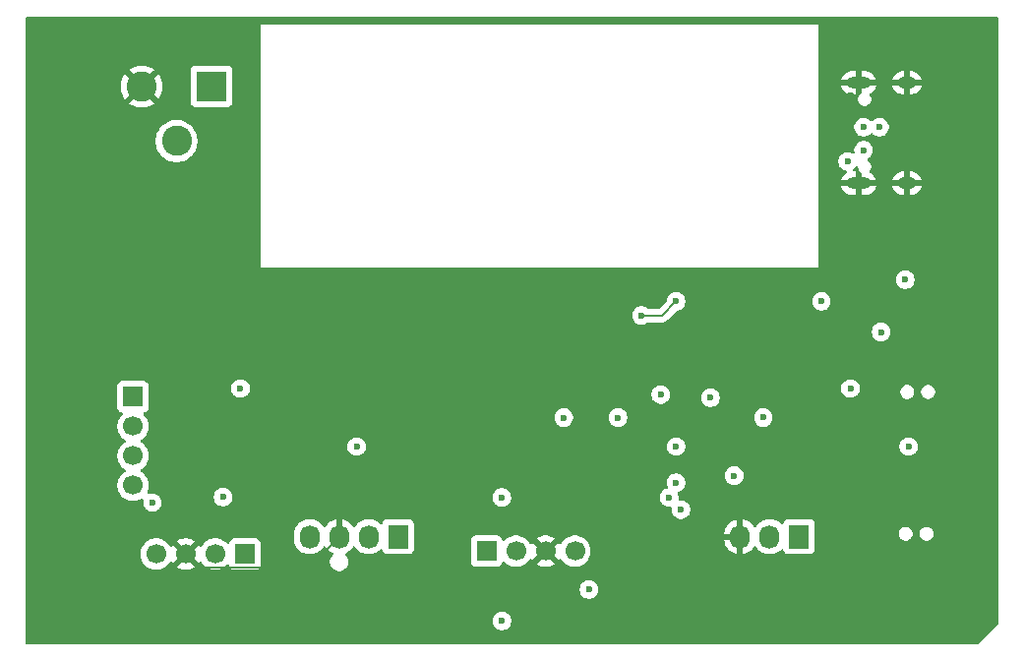
<source format=gbr>
%TF.GenerationSoftware,KiCad,Pcbnew,9.0.2*%
%TF.CreationDate,2025-07-02T17:03:21+05:30*%
%TF.ProjectId,ESP32-RoboCore V1,45535033-322d-4526-9f62-6f436f726520,rev?*%
%TF.SameCoordinates,Original*%
%TF.FileFunction,Copper,L2,Inr*%
%TF.FilePolarity,Positive*%
%FSLAX46Y46*%
G04 Gerber Fmt 4.6, Leading zero omitted, Abs format (unit mm)*
G04 Created by KiCad (PCBNEW 9.0.2) date 2025-07-02 17:03:21*
%MOMM*%
%LPD*%
G01*
G04 APERTURE LIST*
%TA.AperFunction,HeatsinkPad*%
%ADD10C,0.600000*%
%TD*%
%TA.AperFunction,ComponentPad*%
%ADD11R,1.730000X2.030000*%
%TD*%
%TA.AperFunction,ComponentPad*%
%ADD12O,1.730000X2.030000*%
%TD*%
%TA.AperFunction,ComponentPad*%
%ADD13R,1.700000X1.700000*%
%TD*%
%TA.AperFunction,ComponentPad*%
%ADD14C,1.700000*%
%TD*%
%TA.AperFunction,HeatsinkPad*%
%ADD15O,2.100000X1.000000*%
%TD*%
%TA.AperFunction,HeatsinkPad*%
%ADD16O,1.600000X1.000000*%
%TD*%
%TA.AperFunction,ComponentPad*%
%ADD17R,2.600000X2.600000*%
%TD*%
%TA.AperFunction,ComponentPad*%
%ADD18C,2.600000*%
%TD*%
%TA.AperFunction,ViaPad*%
%ADD19C,0.600000*%
%TD*%
%TA.AperFunction,Conductor*%
%ADD20C,0.200000*%
%TD*%
G04 APERTURE END LIST*
D10*
%TO.N,GND*%
%TO.C,U1*%
X86595000Y-51772500D03*
X86595000Y-50247500D03*
X85832500Y-52535000D03*
X85832500Y-51010000D03*
X85832500Y-49485000D03*
X85070000Y-51772500D03*
X85070000Y-50247500D03*
X84307500Y-52535000D03*
X84307500Y-51010000D03*
X84307500Y-49485000D03*
X83545000Y-51772500D03*
X83545000Y-50247500D03*
%TD*%
D11*
%TO.N,Net-(J3-Pin_1)*%
%TO.C,J3*%
X108080000Y-65250000D03*
D12*
%TO.N,Net-(J3-Pin_2)*%
X105540000Y-65250000D03*
%TO.N,GND*%
X103000000Y-65250000D03*
%TD*%
D13*
%TO.N,/IO21*%
%TO.C,J6*%
X60370000Y-66750000D03*
D14*
%TO.N,/IO22*%
X57830000Y-66750000D03*
%TO.N,GND*%
X55290000Y-66750000D03*
%TO.N,/+3.3v*%
X52750000Y-66750000D03*
%TD*%
D15*
%TO.N,GND*%
%TO.C,J1*%
X113180000Y-34820000D03*
D16*
X117360000Y-34820000D03*
D15*
X113180000Y-26180000D03*
D16*
X117360000Y-26180000D03*
%TD*%
D17*
%TO.N,Net-(U3-VIN)*%
%TO.C,J2*%
X57500000Y-26500000D03*
D18*
%TO.N,GND*%
X51500000Y-26500000D03*
%TO.N,N/C*%
X54500000Y-31200000D03*
%TD*%
D13*
%TO.N,Net-(J5-Pin_1)*%
%TO.C,J5*%
X50750000Y-53210000D03*
D14*
%TO.N,Net-(J5-Pin_2)*%
X50750000Y-55750000D03*
%TO.N,Net-(J5-Pin_3)*%
X50750000Y-58290000D03*
%TO.N,Net-(J5-Pin_4)*%
X50750000Y-60830000D03*
%TD*%
D11*
%TO.N,Net-(J4-Pin_1)*%
%TO.C,J4*%
X73580000Y-65250000D03*
D12*
%TO.N,Net-(J4-Pin_2)*%
X71040000Y-65250000D03*
%TO.N,GND*%
X68500000Y-65250000D03*
%TO.N,/+3.3v*%
X65960000Y-65250000D03*
%TD*%
D13*
%TO.N,/IO21*%
%TO.C,J7*%
X81170000Y-66500000D03*
D14*
%TO.N,/IO22*%
X83710000Y-66500000D03*
%TO.N,GND*%
X86250000Y-66500000D03*
%TO.N,/+3.3v*%
X88790000Y-66500000D03*
%TD*%
D19*
%TO.N,Net-(U1-EN)*%
X115136765Y-47636765D03*
X70000000Y-57500000D03*
%TO.N,Net-(U1-SHD{slash}SD2)*%
X102500000Y-60000000D03*
X82500000Y-61881000D03*
%TO.N,Net-(U1-EN)*%
X117500000Y-57500000D03*
X112500000Y-52500000D03*
%TO.N,/IO22*%
X82500000Y-72500000D03*
X97500000Y-45000000D03*
X94500000Y-46210000D03*
X96174800Y-53020400D03*
%TO.N,Net-(J4-Pin_1)*%
X87819700Y-55001000D03*
X92500000Y-55001000D03*
%TO.N,Net-(J3-Pin_1)*%
X96900000Y-61881000D03*
%TO.N,Net-(J3-Pin_2)*%
X97500000Y-57500000D03*
X97500000Y-60600000D03*
X97911000Y-62922900D03*
%TO.N,Net-(J1-CC1)*%
X115000000Y-30000000D03*
X113634000Y-31982500D03*
%TO.N,Net-(U4-VCC)*%
X113634000Y-30000000D03*
X112265000Y-32950000D03*
X110000000Y-45000000D03*
%TO.N,GND*%
X59750000Y-38700000D03*
X99709500Y-59400000D03*
X112500000Y-27250000D03*
X52500000Y-35000000D03*
X55075000Y-62500000D03*
X83625000Y-63875000D03*
X85058800Y-69400000D03*
X100000000Y-71001000D03*
X73750000Y-46250000D03*
X77451000Y-43519000D03*
%TO.N,/+3.3v*%
X90000000Y-69801000D03*
X58500000Y-61849000D03*
X105000000Y-55000000D03*
X117225000Y-43135000D03*
X60000000Y-52500000D03*
X52422200Y-62324000D03*
X100460700Y-53298100D03*
%TD*%
D20*
%TO.N,/IO22*%
X96290000Y-46210000D02*
X97500000Y-45000000D01*
X94500000Y-46210000D02*
X96290000Y-46210000D01*
%TO.N,GND*%
X56441000Y-67901000D02*
X55290000Y-66750000D01*
X65849000Y-67901000D02*
X56441000Y-67901000D01*
X68500000Y-65250000D02*
X65849000Y-67901000D01*
%TD*%
%TA.AperFunction,Conductor*%
%TO.N,GND*%
G36*
X113096468Y-33401436D02*
G01*
X113133188Y-33460879D01*
X113133382Y-33461593D01*
X113173719Y-33612136D01*
X113201002Y-33659390D01*
X113249485Y-33743365D01*
X113356635Y-33850515D01*
X113367998Y-33857075D01*
X113416213Y-33907639D01*
X113430000Y-33964463D01*
X113430000Y-34520000D01*
X112930000Y-34520000D01*
X112930000Y-33820000D01*
X112812589Y-33820000D01*
X112745550Y-33800315D01*
X112699795Y-33747511D01*
X112689851Y-33678353D01*
X112718876Y-33614797D01*
X112743698Y-33592898D01*
X112757887Y-33583416D01*
X112775289Y-33571789D01*
X112886789Y-33460289D01*
X112910505Y-33424794D01*
X112964116Y-33379991D01*
X113033441Y-33371282D01*
X113096468Y-33401436D01*
G37*
%TD.AperFunction*%
%TA.AperFunction,Conductor*%
G36*
X125193039Y-20519685D02*
G01*
X125238794Y-20572489D01*
X125250000Y-20624000D01*
X125250000Y-72698638D01*
X125230315Y-72765677D01*
X125213681Y-72786319D01*
X123536319Y-74463681D01*
X123474996Y-74497166D01*
X123448638Y-74500000D01*
X41624000Y-74500000D01*
X41556961Y-74480315D01*
X41511206Y-74427511D01*
X41500000Y-74376000D01*
X41500000Y-72421153D01*
X81699500Y-72421153D01*
X81699500Y-72578846D01*
X81730261Y-72733489D01*
X81730264Y-72733501D01*
X81790602Y-72879172D01*
X81790609Y-72879185D01*
X81878210Y-73010288D01*
X81878213Y-73010292D01*
X81989707Y-73121786D01*
X81989711Y-73121789D01*
X82120814Y-73209390D01*
X82120827Y-73209397D01*
X82266498Y-73269735D01*
X82266503Y-73269737D01*
X82421153Y-73300499D01*
X82421156Y-73300500D01*
X82421158Y-73300500D01*
X82578844Y-73300500D01*
X82578845Y-73300499D01*
X82733497Y-73269737D01*
X82879179Y-73209394D01*
X83010289Y-73121789D01*
X83121789Y-73010289D01*
X83209394Y-72879179D01*
X83269737Y-72733497D01*
X83300500Y-72578842D01*
X83300500Y-72421158D01*
X83300500Y-72421155D01*
X83300499Y-72421153D01*
X83269738Y-72266510D01*
X83269737Y-72266503D01*
X83269735Y-72266498D01*
X83209397Y-72120827D01*
X83209390Y-72120814D01*
X83121789Y-71989711D01*
X83121786Y-71989707D01*
X83010292Y-71878213D01*
X83010288Y-71878210D01*
X82879185Y-71790609D01*
X82879172Y-71790602D01*
X82733501Y-71730264D01*
X82733489Y-71730261D01*
X82578845Y-71699500D01*
X82578842Y-71699500D01*
X82421158Y-71699500D01*
X82421155Y-71699500D01*
X82266510Y-71730261D01*
X82266498Y-71730264D01*
X82120827Y-71790602D01*
X82120814Y-71790609D01*
X81989711Y-71878210D01*
X81989707Y-71878213D01*
X81878213Y-71989707D01*
X81878210Y-71989711D01*
X81790609Y-72120814D01*
X81790602Y-72120827D01*
X81730264Y-72266498D01*
X81730261Y-72266510D01*
X81699500Y-72421153D01*
X41500000Y-72421153D01*
X41500000Y-69722153D01*
X89199500Y-69722153D01*
X89199500Y-69879846D01*
X89230261Y-70034489D01*
X89230264Y-70034501D01*
X89290602Y-70180172D01*
X89290609Y-70180185D01*
X89378210Y-70311288D01*
X89378213Y-70311292D01*
X89489707Y-70422786D01*
X89489711Y-70422789D01*
X89620814Y-70510390D01*
X89620827Y-70510397D01*
X89766498Y-70570735D01*
X89766503Y-70570737D01*
X89921153Y-70601499D01*
X89921156Y-70601500D01*
X89921158Y-70601500D01*
X90078844Y-70601500D01*
X90078845Y-70601499D01*
X90233497Y-70570737D01*
X90379179Y-70510394D01*
X90510289Y-70422789D01*
X90621789Y-70311289D01*
X90709394Y-70180179D01*
X90769737Y-70034497D01*
X90800500Y-69879842D01*
X90800500Y-69722158D01*
X90800500Y-69722155D01*
X90800499Y-69722153D01*
X90769738Y-69567510D01*
X90769737Y-69567503D01*
X90769735Y-69567498D01*
X90709397Y-69421827D01*
X90709390Y-69421814D01*
X90621789Y-69290711D01*
X90621786Y-69290707D01*
X90510292Y-69179213D01*
X90510288Y-69179210D01*
X90379185Y-69091609D01*
X90379172Y-69091602D01*
X90233501Y-69031264D01*
X90233489Y-69031261D01*
X90078845Y-69000500D01*
X90078842Y-69000500D01*
X89921158Y-69000500D01*
X89921155Y-69000500D01*
X89766510Y-69031261D01*
X89766498Y-69031264D01*
X89620827Y-69091602D01*
X89620814Y-69091609D01*
X89489711Y-69179210D01*
X89489707Y-69179213D01*
X89378213Y-69290707D01*
X89378210Y-69290711D01*
X89290609Y-69421814D01*
X89290602Y-69421827D01*
X89230264Y-69567498D01*
X89230261Y-69567510D01*
X89199500Y-69722153D01*
X41500000Y-69722153D01*
X41500000Y-66643713D01*
X51399500Y-66643713D01*
X51399500Y-66856286D01*
X51427144Y-67030827D01*
X51432754Y-67066243D01*
X51496267Y-67261716D01*
X51498444Y-67268414D01*
X51594951Y-67457820D01*
X51719890Y-67629786D01*
X51870213Y-67780109D01*
X52042179Y-67905048D01*
X52042181Y-67905049D01*
X52042184Y-67905051D01*
X52231588Y-68001557D01*
X52433757Y-68067246D01*
X52643713Y-68100500D01*
X52643714Y-68100500D01*
X52856286Y-68100500D01*
X52856287Y-68100500D01*
X53066243Y-68067246D01*
X53268412Y-68001557D01*
X53457816Y-67905051D01*
X53532901Y-67850499D01*
X53629786Y-67780109D01*
X53629788Y-67780106D01*
X53629792Y-67780104D01*
X53780104Y-67629792D01*
X53780106Y-67629788D01*
X53780109Y-67629786D01*
X53865890Y-67511717D01*
X53905051Y-67457816D01*
X53909793Y-67448508D01*
X53957763Y-67397711D01*
X54025583Y-67380911D01*
X54091719Y-67403445D01*
X54130763Y-67448500D01*
X54135373Y-67457547D01*
X54174728Y-67511716D01*
X54807037Y-66879408D01*
X54824075Y-66942993D01*
X54889901Y-67057007D01*
X54982993Y-67150099D01*
X55097007Y-67215925D01*
X55160590Y-67232962D01*
X54528282Y-67865269D01*
X54528282Y-67865270D01*
X54582449Y-67904624D01*
X54771782Y-68001095D01*
X54973870Y-68066757D01*
X55183754Y-68100000D01*
X55396246Y-68100000D01*
X55606127Y-68066757D01*
X55606130Y-68066757D01*
X55808217Y-68001095D01*
X55997554Y-67904622D01*
X56051716Y-67865270D01*
X56051717Y-67865270D01*
X55419408Y-67232962D01*
X55482993Y-67215925D01*
X55597007Y-67150099D01*
X55690099Y-67057007D01*
X55755925Y-66942993D01*
X55772962Y-66879408D01*
X56405270Y-67511717D01*
X56405270Y-67511716D01*
X56444622Y-67457555D01*
X56449232Y-67448507D01*
X56497205Y-67397709D01*
X56565025Y-67380912D01*
X56631161Y-67403447D01*
X56670204Y-67448504D01*
X56674949Y-67457817D01*
X56799890Y-67629786D01*
X56950213Y-67780109D01*
X57122179Y-67905048D01*
X57122181Y-67905049D01*
X57122184Y-67905051D01*
X57311588Y-68001557D01*
X57513757Y-68067246D01*
X57723713Y-68100500D01*
X57723714Y-68100500D01*
X57936286Y-68100500D01*
X57936287Y-68100500D01*
X58146243Y-68067246D01*
X58348412Y-68001557D01*
X58537816Y-67905051D01*
X58690945Y-67793797D01*
X58709784Y-67780110D01*
X58709784Y-67780109D01*
X58709792Y-67780104D01*
X58823329Y-67666566D01*
X58884648Y-67633084D01*
X58954340Y-67638068D01*
X59010274Y-67679939D01*
X59027189Y-67710917D01*
X59076202Y-67842328D01*
X59076206Y-67842335D01*
X59162452Y-67957544D01*
X59162455Y-67957547D01*
X59277664Y-68043793D01*
X59277671Y-68043797D01*
X59412517Y-68094091D01*
X59412516Y-68094091D01*
X59419444Y-68094835D01*
X59472127Y-68100500D01*
X61267872Y-68100499D01*
X61327483Y-68094091D01*
X61462331Y-68043796D01*
X61577546Y-67957546D01*
X61663796Y-67842331D01*
X61714091Y-67707483D01*
X61720500Y-67647873D01*
X61720499Y-65852128D01*
X61714091Y-65792517D01*
X61714062Y-65792440D01*
X61663797Y-65657671D01*
X61663793Y-65657664D01*
X61577547Y-65542455D01*
X61577544Y-65542452D01*
X61462335Y-65456206D01*
X61462328Y-65456202D01*
X61327482Y-65405908D01*
X61327483Y-65405908D01*
X61267883Y-65399501D01*
X61267881Y-65399500D01*
X61267873Y-65399500D01*
X61267864Y-65399500D01*
X59472129Y-65399500D01*
X59472123Y-65399501D01*
X59412516Y-65405908D01*
X59277671Y-65456202D01*
X59277664Y-65456206D01*
X59162455Y-65542452D01*
X59162452Y-65542455D01*
X59076206Y-65657664D01*
X59076203Y-65657669D01*
X59027189Y-65789083D01*
X58985317Y-65845016D01*
X58919853Y-65869433D01*
X58851580Y-65854581D01*
X58823326Y-65833430D01*
X58709786Y-65719890D01*
X58537820Y-65594951D01*
X58348414Y-65498444D01*
X58348413Y-65498443D01*
X58348412Y-65498443D01*
X58146243Y-65432754D01*
X58146241Y-65432753D01*
X58146240Y-65432753D01*
X57984957Y-65407208D01*
X57936287Y-65399500D01*
X57723713Y-65399500D01*
X57675042Y-65407208D01*
X57513760Y-65432753D01*
X57311585Y-65498444D01*
X57122179Y-65594951D01*
X56950213Y-65719890D01*
X56799890Y-65870213D01*
X56674949Y-66042182D01*
X56670202Y-66051499D01*
X56622227Y-66102293D01*
X56554405Y-66119087D01*
X56488271Y-66096548D01*
X56449234Y-66051495D01*
X56444626Y-66042452D01*
X56405270Y-65988282D01*
X56405269Y-65988282D01*
X55772962Y-66620590D01*
X55755925Y-66557007D01*
X55690099Y-66442993D01*
X55597007Y-66349901D01*
X55482993Y-66284075D01*
X55419409Y-66267037D01*
X56051716Y-65634728D01*
X55997550Y-65595375D01*
X55808217Y-65498904D01*
X55606129Y-65433242D01*
X55396246Y-65400000D01*
X55183754Y-65400000D01*
X54973872Y-65433242D01*
X54973869Y-65433242D01*
X54771782Y-65498904D01*
X54582439Y-65595380D01*
X54528282Y-65634727D01*
X54528282Y-65634728D01*
X55160591Y-66267037D01*
X55097007Y-66284075D01*
X54982993Y-66349901D01*
X54889901Y-66442993D01*
X54824075Y-66557007D01*
X54807037Y-66620591D01*
X54174728Y-65988282D01*
X54174727Y-65988282D01*
X54135380Y-66042440D01*
X54135376Y-66042446D01*
X54130760Y-66051505D01*
X54082781Y-66102297D01*
X54014959Y-66119087D01*
X53948826Y-66096543D01*
X53909794Y-66051493D01*
X53905051Y-66042184D01*
X53905049Y-66042181D01*
X53905048Y-66042179D01*
X53780109Y-65870213D01*
X53629786Y-65719890D01*
X53457820Y-65594951D01*
X53268414Y-65498444D01*
X53268413Y-65498443D01*
X53268412Y-65498443D01*
X53066243Y-65432754D01*
X53066241Y-65432753D01*
X53066240Y-65432753D01*
X52904957Y-65407208D01*
X52856287Y-65399500D01*
X52643713Y-65399500D01*
X52595042Y-65407208D01*
X52433760Y-65432753D01*
X52231585Y-65498444D01*
X52042179Y-65594951D01*
X51870213Y-65719890D01*
X51719890Y-65870213D01*
X51594951Y-66042179D01*
X51498444Y-66231585D01*
X51432753Y-66433760D01*
X51399500Y-66643713D01*
X41500000Y-66643713D01*
X41500000Y-64992533D01*
X64594500Y-64992533D01*
X64594500Y-65507467D01*
X64609235Y-65600499D01*
X64628124Y-65719756D01*
X64628124Y-65719759D01*
X64694540Y-65924167D01*
X64694541Y-65924170D01*
X64784081Y-66099901D01*
X64792120Y-66115678D01*
X64918455Y-66289563D01*
X65070437Y-66441545D01*
X65244322Y-66567880D01*
X65319698Y-66606286D01*
X65435829Y-66665458D01*
X65435832Y-66665459D01*
X65626494Y-66727408D01*
X65640245Y-66731876D01*
X65852533Y-66765500D01*
X65852534Y-66765500D01*
X66067466Y-66765500D01*
X66067467Y-66765500D01*
X66279755Y-66731876D01*
X66279758Y-66731875D01*
X66279759Y-66731875D01*
X66484167Y-66665459D01*
X66484170Y-66665458D01*
X66533618Y-66640263D01*
X66675678Y-66567880D01*
X66849563Y-66441545D01*
X67001545Y-66289563D01*
X67127880Y-66115678D01*
X67127881Y-66115675D01*
X67129990Y-66112773D01*
X67185320Y-66070107D01*
X67254933Y-66064128D01*
X67316728Y-66096734D01*
X67330626Y-66112772D01*
X67458838Y-66289239D01*
X67458838Y-66289240D01*
X67610759Y-66441161D01*
X67784585Y-66567454D01*
X67914645Y-66633722D01*
X67965442Y-66681696D01*
X67982237Y-66749517D01*
X67959700Y-66815652D01*
X67946033Y-66831888D01*
X67878210Y-66899711D01*
X67790609Y-67030814D01*
X67790602Y-67030827D01*
X67730264Y-67176498D01*
X67730261Y-67176510D01*
X67699500Y-67331153D01*
X67699500Y-67488846D01*
X67730261Y-67643489D01*
X67730264Y-67643501D01*
X67790602Y-67789172D01*
X67790609Y-67789185D01*
X67878210Y-67920288D01*
X67878213Y-67920292D01*
X67989707Y-68031786D01*
X67989711Y-68031789D01*
X68120814Y-68119390D01*
X68120827Y-68119397D01*
X68266498Y-68179735D01*
X68266503Y-68179737D01*
X68421153Y-68210499D01*
X68421156Y-68210500D01*
X68421158Y-68210500D01*
X68578844Y-68210500D01*
X68578845Y-68210499D01*
X68733497Y-68179737D01*
X68879179Y-68119394D01*
X69010289Y-68031789D01*
X69121789Y-67920289D01*
X69209394Y-67789179D01*
X69213151Y-67780110D01*
X69267924Y-67647873D01*
X69269737Y-67643497D01*
X69300500Y-67488842D01*
X69300500Y-67331158D01*
X69300500Y-67331155D01*
X69300499Y-67331153D01*
X69286687Y-67261716D01*
X69269737Y-67176503D01*
X69250853Y-67130912D01*
X69209397Y-67030827D01*
X69209390Y-67030814D01*
X69121789Y-66899711D01*
X69121786Y-66899707D01*
X69053967Y-66831888D01*
X69020482Y-66770565D01*
X69025466Y-66700873D01*
X69067338Y-66644940D01*
X69085354Y-66633722D01*
X69215414Y-66567454D01*
X69389240Y-66441161D01*
X69541161Y-66289240D01*
X69541166Y-66289234D01*
X69669373Y-66112773D01*
X69724703Y-66070107D01*
X69794316Y-66064128D01*
X69856111Y-66096734D01*
X69870009Y-66112772D01*
X69872119Y-66115676D01*
X69872120Y-66115678D01*
X69998455Y-66289563D01*
X70150437Y-66441545D01*
X70324322Y-66567880D01*
X70399698Y-66606286D01*
X70515829Y-66665458D01*
X70515832Y-66665459D01*
X70706494Y-66727408D01*
X70720245Y-66731876D01*
X70932533Y-66765500D01*
X70932534Y-66765500D01*
X71147466Y-66765500D01*
X71147467Y-66765500D01*
X71359755Y-66731876D01*
X71359758Y-66731875D01*
X71359759Y-66731875D01*
X71564167Y-66665459D01*
X71564170Y-66665458D01*
X71613618Y-66640263D01*
X71755678Y-66567880D01*
X71929563Y-66441545D01*
X72024092Y-66347015D01*
X72085411Y-66313533D01*
X72155103Y-66318517D01*
X72211037Y-66360388D01*
X72227952Y-66391366D01*
X72271202Y-66507328D01*
X72271206Y-66507335D01*
X72357452Y-66622544D01*
X72357455Y-66622547D01*
X72472664Y-66708793D01*
X72472671Y-66708797D01*
X72607517Y-66759091D01*
X72607516Y-66759091D01*
X72614444Y-66759835D01*
X72667127Y-66765500D01*
X74492872Y-66765499D01*
X74552483Y-66759091D01*
X74687331Y-66708796D01*
X74802546Y-66622546D01*
X74888796Y-66507331D01*
X74939091Y-66372483D01*
X74945500Y-66312873D01*
X74945500Y-65602135D01*
X79819500Y-65602135D01*
X79819500Y-67397870D01*
X79819501Y-67397876D01*
X79825908Y-67457483D01*
X79876202Y-67592328D01*
X79876206Y-67592335D01*
X79962452Y-67707544D01*
X79962455Y-67707547D01*
X80077664Y-67793793D01*
X80077671Y-67793797D01*
X80212517Y-67844091D01*
X80212516Y-67844091D01*
X80219444Y-67844835D01*
X80272127Y-67850500D01*
X82067872Y-67850499D01*
X82127483Y-67844091D01*
X82262331Y-67793796D01*
X82377546Y-67707546D01*
X82463796Y-67592331D01*
X82512810Y-67460916D01*
X82554681Y-67404984D01*
X82620145Y-67380566D01*
X82688418Y-67395417D01*
X82716673Y-67416569D01*
X82830213Y-67530109D01*
X83002179Y-67655048D01*
X83002181Y-67655049D01*
X83002184Y-67655051D01*
X83191588Y-67751557D01*
X83393757Y-67817246D01*
X83603713Y-67850500D01*
X83603714Y-67850500D01*
X83816286Y-67850500D01*
X83816287Y-67850500D01*
X84026243Y-67817246D01*
X84228412Y-67751557D01*
X84417816Y-67655051D01*
X84504138Y-67592335D01*
X84589786Y-67530109D01*
X84589788Y-67530106D01*
X84589792Y-67530104D01*
X84740104Y-67379792D01*
X84740106Y-67379788D01*
X84740109Y-67379786D01*
X84825890Y-67261717D01*
X84865051Y-67207816D01*
X84869793Y-67198508D01*
X84917763Y-67147711D01*
X84985583Y-67130911D01*
X85051719Y-67153445D01*
X85090763Y-67198500D01*
X85095373Y-67207547D01*
X85134728Y-67261716D01*
X85767037Y-66629408D01*
X85784075Y-66692993D01*
X85849901Y-66807007D01*
X85942993Y-66900099D01*
X86057007Y-66965925D01*
X86120590Y-66982962D01*
X85488282Y-67615269D01*
X85488282Y-67615270D01*
X85542449Y-67654624D01*
X85731782Y-67751095D01*
X85933870Y-67816757D01*
X86143754Y-67850000D01*
X86356246Y-67850000D01*
X86566127Y-67816757D01*
X86566130Y-67816757D01*
X86768217Y-67751095D01*
X86957554Y-67654622D01*
X87011716Y-67615270D01*
X87011717Y-67615270D01*
X86379408Y-66982962D01*
X86442993Y-66965925D01*
X86557007Y-66900099D01*
X86650099Y-66807007D01*
X86715925Y-66692993D01*
X86732962Y-66629409D01*
X87365270Y-67261717D01*
X87365270Y-67261716D01*
X87404622Y-67207555D01*
X87409232Y-67198507D01*
X87457205Y-67147709D01*
X87525025Y-67130912D01*
X87591161Y-67153447D01*
X87630204Y-67198504D01*
X87634949Y-67207817D01*
X87759890Y-67379786D01*
X87910213Y-67530109D01*
X88082179Y-67655048D01*
X88082181Y-67655049D01*
X88082184Y-67655051D01*
X88271588Y-67751557D01*
X88473757Y-67817246D01*
X88683713Y-67850500D01*
X88683714Y-67850500D01*
X88896286Y-67850500D01*
X88896287Y-67850500D01*
X89106243Y-67817246D01*
X89308412Y-67751557D01*
X89497816Y-67655051D01*
X89584138Y-67592335D01*
X89669786Y-67530109D01*
X89669788Y-67530106D01*
X89669792Y-67530104D01*
X89820104Y-67379792D01*
X89820106Y-67379788D01*
X89820109Y-67379786D01*
X89929086Y-67229789D01*
X89945051Y-67207816D01*
X90041557Y-67018412D01*
X90107246Y-66816243D01*
X90140500Y-66606287D01*
X90140500Y-66393713D01*
X90107246Y-66183757D01*
X90041557Y-65981588D01*
X89945051Y-65792184D01*
X89945049Y-65792181D01*
X89945048Y-65792179D01*
X89820109Y-65620213D01*
X89669786Y-65469890D01*
X89497820Y-65344951D01*
X89308414Y-65248444D01*
X89308413Y-65248443D01*
X89308412Y-65248443D01*
X89106243Y-65182754D01*
X89106241Y-65182753D01*
X89106240Y-65182753D01*
X88944957Y-65157208D01*
X88896287Y-65149500D01*
X88683713Y-65149500D01*
X88635042Y-65157208D01*
X88473760Y-65182753D01*
X88271585Y-65248444D01*
X88082179Y-65344951D01*
X87910213Y-65469890D01*
X87759890Y-65620213D01*
X87634949Y-65792182D01*
X87630202Y-65801499D01*
X87582227Y-65852293D01*
X87514405Y-65869087D01*
X87448271Y-65846548D01*
X87409234Y-65801495D01*
X87404626Y-65792452D01*
X87365270Y-65738282D01*
X87365269Y-65738282D01*
X86732962Y-66370590D01*
X86715925Y-66307007D01*
X86650099Y-66192993D01*
X86557007Y-66099901D01*
X86442993Y-66034075D01*
X86379409Y-66017037D01*
X87011716Y-65384728D01*
X86957550Y-65345375D01*
X86768217Y-65248904D01*
X86566129Y-65183242D01*
X86356246Y-65150000D01*
X86143754Y-65150000D01*
X85933872Y-65183242D01*
X85933869Y-65183242D01*
X85731782Y-65248904D01*
X85542439Y-65345380D01*
X85488282Y-65384727D01*
X85488282Y-65384728D01*
X86120591Y-66017037D01*
X86057007Y-66034075D01*
X85942993Y-66099901D01*
X85849901Y-66192993D01*
X85784075Y-66307007D01*
X85767037Y-66370591D01*
X85134728Y-65738282D01*
X85134727Y-65738282D01*
X85095380Y-65792440D01*
X85095376Y-65792446D01*
X85090760Y-65801505D01*
X85042781Y-65852297D01*
X84974959Y-65869087D01*
X84908826Y-65846543D01*
X84869794Y-65801493D01*
X84865051Y-65792184D01*
X84865049Y-65792181D01*
X84865048Y-65792179D01*
X84740109Y-65620213D01*
X84589786Y-65469890D01*
X84417820Y-65344951D01*
X84228414Y-65248444D01*
X84228413Y-65248443D01*
X84228412Y-65248443D01*
X84026243Y-65182754D01*
X84026241Y-65182753D01*
X84026240Y-65182753D01*
X83864957Y-65157208D01*
X83816287Y-65149500D01*
X83603713Y-65149500D01*
X83555042Y-65157208D01*
X83393760Y-65182753D01*
X83191585Y-65248444D01*
X83002179Y-65344951D01*
X82830215Y-65469889D01*
X82716673Y-65583431D01*
X82655350Y-65616915D01*
X82585658Y-65611931D01*
X82529725Y-65570059D01*
X82512810Y-65539082D01*
X82463797Y-65407671D01*
X82463793Y-65407664D01*
X82377547Y-65292455D01*
X82377544Y-65292452D01*
X82262335Y-65206206D01*
X82262328Y-65206202D01*
X82127482Y-65155908D01*
X82127483Y-65155908D01*
X82067883Y-65149501D01*
X82067881Y-65149500D01*
X82067873Y-65149500D01*
X82067864Y-65149500D01*
X80272129Y-65149500D01*
X80272123Y-65149501D01*
X80212516Y-65155908D01*
X80077671Y-65206202D01*
X80077664Y-65206206D01*
X79962455Y-65292452D01*
X79962452Y-65292455D01*
X79876206Y-65407664D01*
X79876202Y-65407671D01*
X79825908Y-65542517D01*
X79819501Y-65602116D01*
X79819500Y-65602135D01*
X74945500Y-65602135D01*
X74945500Y-65292452D01*
X74945500Y-64992572D01*
X101635000Y-64992572D01*
X101635000Y-65000000D01*
X102555440Y-65000000D01*
X102524755Y-65053147D01*
X102490000Y-65182857D01*
X102490000Y-65317143D01*
X102524755Y-65446853D01*
X102555440Y-65500000D01*
X101635000Y-65500000D01*
X101635000Y-65507427D01*
X101668611Y-65719639D01*
X101668611Y-65719642D01*
X101735003Y-65923975D01*
X101832547Y-66115416D01*
X101958838Y-66289240D01*
X102110759Y-66441161D01*
X102284583Y-66567452D01*
X102476024Y-66664996D01*
X102680359Y-66731388D01*
X102749999Y-66742418D01*
X102750000Y-66742418D01*
X102750000Y-65694560D01*
X102803147Y-65725245D01*
X102932857Y-65760000D01*
X103067143Y-65760000D01*
X103196853Y-65725245D01*
X103250000Y-65694560D01*
X103250000Y-66742418D01*
X103319638Y-66731388D01*
X103319641Y-66731388D01*
X103523975Y-66664996D01*
X103715416Y-66567452D01*
X103889240Y-66441161D01*
X104041161Y-66289240D01*
X104041166Y-66289234D01*
X104169373Y-66112773D01*
X104224703Y-66070107D01*
X104294316Y-66064128D01*
X104356111Y-66096734D01*
X104370009Y-66112772D01*
X104372119Y-66115676D01*
X104372120Y-66115678D01*
X104498455Y-66289563D01*
X104650437Y-66441545D01*
X104824322Y-66567880D01*
X104899698Y-66606286D01*
X105015829Y-66665458D01*
X105015832Y-66665459D01*
X105206494Y-66727408D01*
X105220245Y-66731876D01*
X105432533Y-66765500D01*
X105432534Y-66765500D01*
X105647466Y-66765500D01*
X105647467Y-66765500D01*
X105859755Y-66731876D01*
X105859758Y-66731875D01*
X105859759Y-66731875D01*
X106064167Y-66665459D01*
X106064170Y-66665458D01*
X106113618Y-66640263D01*
X106255678Y-66567880D01*
X106429563Y-66441545D01*
X106524092Y-66347015D01*
X106585411Y-66313533D01*
X106655103Y-66318517D01*
X106711037Y-66360388D01*
X106727952Y-66391366D01*
X106771202Y-66507328D01*
X106771206Y-66507335D01*
X106857452Y-66622544D01*
X106857455Y-66622547D01*
X106972664Y-66708793D01*
X106972671Y-66708797D01*
X107107517Y-66759091D01*
X107107516Y-66759091D01*
X107114444Y-66759835D01*
X107167127Y-66765500D01*
X108992872Y-66765499D01*
X109052483Y-66759091D01*
X109187331Y-66708796D01*
X109302546Y-66622546D01*
X109388796Y-66507331D01*
X109439091Y-66372483D01*
X109445500Y-66312873D01*
X109445499Y-64920943D01*
X116649500Y-64920943D01*
X116649500Y-65079057D01*
X116690030Y-65230315D01*
X116690423Y-65231783D01*
X116690426Y-65231790D01*
X116769475Y-65368709D01*
X116769479Y-65368714D01*
X116769480Y-65368716D01*
X116881284Y-65480520D01*
X116881286Y-65480521D01*
X116881290Y-65480524D01*
X116988667Y-65542517D01*
X117018216Y-65559577D01*
X117170943Y-65600500D01*
X117170945Y-65600500D01*
X117329055Y-65600500D01*
X117329057Y-65600500D01*
X117481784Y-65559577D01*
X117618716Y-65480520D01*
X117730520Y-65368716D01*
X117809577Y-65231784D01*
X117850500Y-65079057D01*
X117850500Y-64920943D01*
X118449500Y-64920943D01*
X118449500Y-65079057D01*
X118490030Y-65230315D01*
X118490423Y-65231783D01*
X118490426Y-65231790D01*
X118569475Y-65368709D01*
X118569479Y-65368714D01*
X118569480Y-65368716D01*
X118681284Y-65480520D01*
X118681286Y-65480521D01*
X118681290Y-65480524D01*
X118788667Y-65542517D01*
X118818216Y-65559577D01*
X118970943Y-65600500D01*
X118970945Y-65600500D01*
X119129055Y-65600500D01*
X119129057Y-65600500D01*
X119281784Y-65559577D01*
X119418716Y-65480520D01*
X119530520Y-65368716D01*
X119609577Y-65231784D01*
X119650500Y-65079057D01*
X119650500Y-64920943D01*
X119609577Y-64768216D01*
X119593287Y-64740000D01*
X119530524Y-64631290D01*
X119530518Y-64631282D01*
X119418717Y-64519481D01*
X119418709Y-64519475D01*
X119281790Y-64440426D01*
X119281786Y-64440424D01*
X119281784Y-64440423D01*
X119129057Y-64399500D01*
X118970943Y-64399500D01*
X118818216Y-64440423D01*
X118818209Y-64440426D01*
X118681290Y-64519475D01*
X118681282Y-64519481D01*
X118569481Y-64631282D01*
X118569475Y-64631290D01*
X118490426Y-64768209D01*
X118490423Y-64768216D01*
X118449500Y-64920943D01*
X117850500Y-64920943D01*
X117809577Y-64768216D01*
X117793287Y-64740000D01*
X117730524Y-64631290D01*
X117730518Y-64631282D01*
X117618717Y-64519481D01*
X117618709Y-64519475D01*
X117481790Y-64440426D01*
X117481786Y-64440424D01*
X117481784Y-64440423D01*
X117329057Y-64399500D01*
X117170943Y-64399500D01*
X117018216Y-64440423D01*
X117018209Y-64440426D01*
X116881290Y-64519475D01*
X116881282Y-64519481D01*
X116769481Y-64631282D01*
X116769475Y-64631290D01*
X116690426Y-64768209D01*
X116690423Y-64768216D01*
X116649500Y-64920943D01*
X109445499Y-64920943D01*
X109445499Y-64187128D01*
X109439091Y-64127517D01*
X109413475Y-64058838D01*
X109388797Y-63992671D01*
X109388793Y-63992664D01*
X109302547Y-63877455D01*
X109302544Y-63877452D01*
X109187335Y-63791206D01*
X109187328Y-63791202D01*
X109052482Y-63740908D01*
X109052483Y-63740908D01*
X108992883Y-63734501D01*
X108992881Y-63734500D01*
X108992873Y-63734500D01*
X108992864Y-63734500D01*
X107167129Y-63734500D01*
X107167123Y-63734501D01*
X107107516Y-63740908D01*
X106972671Y-63791202D01*
X106972664Y-63791206D01*
X106857455Y-63877452D01*
X106857452Y-63877455D01*
X106771206Y-63992664D01*
X106771202Y-63992671D01*
X106727952Y-64108633D01*
X106686081Y-64164567D01*
X106620617Y-64188984D01*
X106552344Y-64174133D01*
X106524089Y-64152981D01*
X106429565Y-64058457D01*
X106429563Y-64058455D01*
X106255678Y-63932120D01*
X106064170Y-63834541D01*
X106064167Y-63834540D01*
X105859757Y-63768124D01*
X105718229Y-63745708D01*
X105647467Y-63734500D01*
X105432533Y-63734500D01*
X105361770Y-63745708D01*
X105220243Y-63768124D01*
X105220240Y-63768124D01*
X105015832Y-63834540D01*
X105015829Y-63834541D01*
X104824321Y-63932120D01*
X104740981Y-63992671D01*
X104650437Y-64058455D01*
X104650435Y-64058457D01*
X104650434Y-64058457D01*
X104498457Y-64210434D01*
X104498457Y-64210435D01*
X104498455Y-64210437D01*
X104423589Y-64313480D01*
X104370009Y-64387227D01*
X104314679Y-64429892D01*
X104245065Y-64435871D01*
X104183270Y-64403265D01*
X104169373Y-64387227D01*
X104041161Y-64210759D01*
X103889240Y-64058838D01*
X103715416Y-63932547D01*
X103523975Y-63835003D01*
X103319635Y-63768610D01*
X103319636Y-63768610D01*
X103250000Y-63757581D01*
X103250000Y-64805439D01*
X103196853Y-64774755D01*
X103067143Y-64740000D01*
X102932857Y-64740000D01*
X102803147Y-64774755D01*
X102750000Y-64805439D01*
X102750000Y-63757581D01*
X102680364Y-63768610D01*
X102476024Y-63835003D01*
X102284583Y-63932547D01*
X102110759Y-64058838D01*
X101958838Y-64210759D01*
X101832547Y-64384583D01*
X101735003Y-64576024D01*
X101668611Y-64780357D01*
X101668611Y-64780360D01*
X101635000Y-64992572D01*
X74945500Y-64992572D01*
X74945500Y-64987700D01*
X74945499Y-64187129D01*
X74945498Y-64187123D01*
X74939091Y-64127516D01*
X74888797Y-63992671D01*
X74888793Y-63992664D01*
X74802547Y-63877455D01*
X74802544Y-63877452D01*
X74687335Y-63791206D01*
X74687328Y-63791202D01*
X74552482Y-63740908D01*
X74552483Y-63740908D01*
X74492883Y-63734501D01*
X74492881Y-63734500D01*
X74492873Y-63734500D01*
X74492864Y-63734500D01*
X72667129Y-63734500D01*
X72667123Y-63734501D01*
X72607516Y-63740908D01*
X72472671Y-63791202D01*
X72472664Y-63791206D01*
X72357455Y-63877452D01*
X72357452Y-63877455D01*
X72271206Y-63992664D01*
X72271202Y-63992671D01*
X72227952Y-64108633D01*
X72186081Y-64164567D01*
X72120617Y-64188984D01*
X72052344Y-64174133D01*
X72024089Y-64152981D01*
X71929565Y-64058457D01*
X71929563Y-64058455D01*
X71755678Y-63932120D01*
X71564170Y-63834541D01*
X71564167Y-63834540D01*
X71359757Y-63768124D01*
X71218229Y-63745708D01*
X71147467Y-63734500D01*
X70932533Y-63734500D01*
X70861770Y-63745708D01*
X70720243Y-63768124D01*
X70720240Y-63768124D01*
X70515832Y-63834540D01*
X70515829Y-63834541D01*
X70324321Y-63932120D01*
X70240981Y-63992671D01*
X70150437Y-64058455D01*
X70150435Y-64058457D01*
X70150434Y-64058457D01*
X69998457Y-64210434D01*
X69998457Y-64210435D01*
X69998455Y-64210437D01*
X69923589Y-64313480D01*
X69870009Y-64387227D01*
X69814679Y-64429892D01*
X69745065Y-64435871D01*
X69683270Y-64403265D01*
X69669373Y-64387227D01*
X69541161Y-64210759D01*
X69389240Y-64058838D01*
X69215416Y-63932547D01*
X69023975Y-63835003D01*
X68819635Y-63768610D01*
X68819636Y-63768610D01*
X68750000Y-63757581D01*
X68750000Y-64805439D01*
X68696853Y-64774755D01*
X68567143Y-64740000D01*
X68432857Y-64740000D01*
X68303147Y-64774755D01*
X68250000Y-64805439D01*
X68250000Y-63757581D01*
X68180364Y-63768610D01*
X67976024Y-63835003D01*
X67784583Y-63932547D01*
X67610759Y-64058838D01*
X67458838Y-64210759D01*
X67458838Y-64210760D01*
X67330626Y-64387227D01*
X67275296Y-64429892D01*
X67205682Y-64435871D01*
X67143887Y-64403265D01*
X67129990Y-64387226D01*
X67079079Y-64317153D01*
X67001545Y-64210437D01*
X66849563Y-64058455D01*
X66675678Y-63932120D01*
X66484170Y-63834541D01*
X66484167Y-63834540D01*
X66279757Y-63768124D01*
X66138229Y-63745708D01*
X66067467Y-63734500D01*
X65852533Y-63734500D01*
X65781770Y-63745708D01*
X65640243Y-63768124D01*
X65640240Y-63768124D01*
X65435832Y-63834540D01*
X65435829Y-63834541D01*
X65244321Y-63932120D01*
X65160981Y-63992671D01*
X65070437Y-64058455D01*
X65070435Y-64058457D01*
X65070434Y-64058457D01*
X64918457Y-64210434D01*
X64918457Y-64210435D01*
X64918455Y-64210437D01*
X64864198Y-64285114D01*
X64792120Y-64384321D01*
X64694541Y-64575829D01*
X64694540Y-64575832D01*
X64628124Y-64780240D01*
X64628124Y-64780243D01*
X64618359Y-64841898D01*
X64594500Y-64992533D01*
X41500000Y-64992533D01*
X41500000Y-52312135D01*
X49399500Y-52312135D01*
X49399500Y-54107870D01*
X49399501Y-54107876D01*
X49405908Y-54167483D01*
X49456202Y-54302328D01*
X49456206Y-54302335D01*
X49542452Y-54417544D01*
X49542455Y-54417547D01*
X49657664Y-54503793D01*
X49657671Y-54503797D01*
X49789082Y-54552810D01*
X49845016Y-54594681D01*
X49869433Y-54660145D01*
X49854582Y-54728418D01*
X49833431Y-54756673D01*
X49719889Y-54870215D01*
X49594951Y-55042179D01*
X49498444Y-55231585D01*
X49432753Y-55433760D01*
X49399500Y-55643713D01*
X49399500Y-55856286D01*
X49432753Y-56066239D01*
X49498444Y-56268414D01*
X49594951Y-56457820D01*
X49719890Y-56629786D01*
X49870213Y-56780109D01*
X50042182Y-56905050D01*
X50050946Y-56909516D01*
X50101742Y-56957491D01*
X50118536Y-57025312D01*
X50095998Y-57091447D01*
X50050946Y-57130484D01*
X50042182Y-57134949D01*
X49870213Y-57259890D01*
X49719890Y-57410213D01*
X49594951Y-57582179D01*
X49498444Y-57771585D01*
X49432753Y-57973760D01*
X49399500Y-58183713D01*
X49399500Y-58396286D01*
X49432753Y-58606239D01*
X49498444Y-58808414D01*
X49594951Y-58997820D01*
X49719890Y-59169786D01*
X49870213Y-59320109D01*
X50042182Y-59445050D01*
X50050946Y-59449516D01*
X50101742Y-59497491D01*
X50118536Y-59565312D01*
X50095998Y-59631447D01*
X50050946Y-59670484D01*
X50042182Y-59674949D01*
X49870213Y-59799890D01*
X49719890Y-59950213D01*
X49594951Y-60122179D01*
X49498444Y-60311585D01*
X49432753Y-60513760D01*
X49406606Y-60678846D01*
X49399500Y-60723713D01*
X49399500Y-60936287D01*
X49406294Y-60979185D01*
X49431702Y-61139606D01*
X49432754Y-61146243D01*
X49485766Y-61309397D01*
X49498444Y-61348414D01*
X49594951Y-61537820D01*
X49719890Y-61709786D01*
X49870213Y-61860109D01*
X50042179Y-61985048D01*
X50042181Y-61985049D01*
X50042184Y-61985051D01*
X50231588Y-62081557D01*
X50433757Y-62147246D01*
X50643713Y-62180500D01*
X50643714Y-62180500D01*
X50856286Y-62180500D01*
X50856287Y-62180500D01*
X51066243Y-62147246D01*
X51268412Y-62081557D01*
X51457816Y-61985051D01*
X51457825Y-61985044D01*
X51461644Y-61982704D01*
X51529088Y-61964452D01*
X51595692Y-61985560D01*
X51640312Y-62039327D01*
X51648780Y-62108682D01*
X51648063Y-62112615D01*
X51621700Y-62245153D01*
X51621700Y-62402846D01*
X51652461Y-62557489D01*
X51652464Y-62557501D01*
X51712802Y-62703172D01*
X51712809Y-62703185D01*
X51800410Y-62834288D01*
X51800413Y-62834292D01*
X51911907Y-62945786D01*
X51911911Y-62945789D01*
X52043014Y-63033390D01*
X52043027Y-63033397D01*
X52188698Y-63093735D01*
X52188703Y-63093737D01*
X52343353Y-63124499D01*
X52343356Y-63124500D01*
X52343358Y-63124500D01*
X52501044Y-63124500D01*
X52501045Y-63124499D01*
X52655697Y-63093737D01*
X52801379Y-63033394D01*
X52932489Y-62945789D01*
X53043989Y-62834289D01*
X53131594Y-62703179D01*
X53191937Y-62557497D01*
X53222700Y-62402842D01*
X53222700Y-62245158D01*
X53222700Y-62245155D01*
X53222699Y-62245153D01*
X53219321Y-62228172D01*
X53191937Y-62090503D01*
X53191935Y-62090498D01*
X53131597Y-61944827D01*
X53131590Y-61944814D01*
X53056849Y-61832957D01*
X53056848Y-61832955D01*
X53043992Y-61813715D01*
X53043986Y-61813707D01*
X53000432Y-61770153D01*
X57699500Y-61770153D01*
X57699500Y-61927846D01*
X57730261Y-62082489D01*
X57730264Y-62082501D01*
X57790602Y-62228172D01*
X57790609Y-62228185D01*
X57878210Y-62359288D01*
X57878213Y-62359292D01*
X57989707Y-62470786D01*
X57989711Y-62470789D01*
X58120814Y-62558390D01*
X58120827Y-62558397D01*
X58266498Y-62618735D01*
X58266503Y-62618737D01*
X58421153Y-62649499D01*
X58421156Y-62649500D01*
X58421158Y-62649500D01*
X58578844Y-62649500D01*
X58578845Y-62649499D01*
X58733497Y-62618737D01*
X58879179Y-62558394D01*
X59010289Y-62470789D01*
X59121789Y-62359289D01*
X59209394Y-62228179D01*
X59215471Y-62213509D01*
X59253209Y-62122400D01*
X59269737Y-62082497D01*
X59300500Y-61927842D01*
X59300500Y-61802153D01*
X81699500Y-61802153D01*
X81699500Y-61959846D01*
X81730261Y-62114489D01*
X81730264Y-62114501D01*
X81790602Y-62260172D01*
X81790609Y-62260185D01*
X81878210Y-62391288D01*
X81878213Y-62391292D01*
X81989707Y-62502786D01*
X81989711Y-62502789D01*
X82120814Y-62590390D01*
X82120827Y-62590397D01*
X82266498Y-62650735D01*
X82266503Y-62650737D01*
X82420726Y-62681414D01*
X82421153Y-62681499D01*
X82421156Y-62681500D01*
X82421158Y-62681500D01*
X82578844Y-62681500D01*
X82578845Y-62681499D01*
X82733497Y-62650737D01*
X82879179Y-62590394D01*
X83010289Y-62502789D01*
X83121789Y-62391289D01*
X83209394Y-62260179D01*
X83269737Y-62114497D01*
X83300500Y-61959842D01*
X83300500Y-61802158D01*
X83300500Y-61802155D01*
X83300499Y-61802153D01*
X96099500Y-61802153D01*
X96099500Y-61959846D01*
X96130261Y-62114489D01*
X96130264Y-62114501D01*
X96190602Y-62260172D01*
X96190609Y-62260185D01*
X96278210Y-62391288D01*
X96278213Y-62391292D01*
X96389707Y-62502786D01*
X96389711Y-62502789D01*
X96520814Y-62590390D01*
X96520827Y-62590397D01*
X96666498Y-62650735D01*
X96666503Y-62650737D01*
X96820726Y-62681414D01*
X96821153Y-62681499D01*
X96821156Y-62681500D01*
X96821158Y-62681500D01*
X96978844Y-62681500D01*
X96979717Y-62681414D01*
X96980171Y-62681500D01*
X96984934Y-62681500D01*
X96984934Y-62682403D01*
X97048364Y-62694430D01*
X97099076Y-62742493D01*
X97115753Y-62810343D01*
X97113494Y-62829006D01*
X97110500Y-62844058D01*
X97110500Y-63001746D01*
X97141261Y-63156389D01*
X97141264Y-63156401D01*
X97201602Y-63302072D01*
X97201609Y-63302085D01*
X97289210Y-63433188D01*
X97289213Y-63433192D01*
X97400707Y-63544686D01*
X97400711Y-63544689D01*
X97531814Y-63632290D01*
X97531827Y-63632297D01*
X97677498Y-63692635D01*
X97677503Y-63692637D01*
X97832153Y-63723399D01*
X97832156Y-63723400D01*
X97832158Y-63723400D01*
X97989844Y-63723400D01*
X97989845Y-63723399D01*
X98144497Y-63692637D01*
X98290179Y-63632294D01*
X98421289Y-63544689D01*
X98532789Y-63433189D01*
X98620394Y-63302079D01*
X98680737Y-63156397D01*
X98711500Y-63001742D01*
X98711500Y-62844058D01*
X98711500Y-62844055D01*
X98711499Y-62844053D01*
X98683477Y-62703179D01*
X98680737Y-62689403D01*
X98677838Y-62682403D01*
X98620397Y-62543727D01*
X98620390Y-62543714D01*
X98532789Y-62412611D01*
X98532786Y-62412607D01*
X98421292Y-62301113D01*
X98421288Y-62301110D01*
X98290185Y-62213509D01*
X98290172Y-62213502D01*
X98144501Y-62153164D01*
X98144489Y-62153161D01*
X97989845Y-62122400D01*
X97989842Y-62122400D01*
X97832158Y-62122400D01*
X97832147Y-62122400D01*
X97831263Y-62122487D01*
X97830805Y-62122400D01*
X97826066Y-62122400D01*
X97826066Y-62121500D01*
X97762618Y-62109460D01*
X97711913Y-62061390D01*
X97695247Y-61993537D01*
X97697506Y-61974892D01*
X97700500Y-61959842D01*
X97700500Y-61802158D01*
X97700500Y-61802155D01*
X97700499Y-61802153D01*
X97682126Y-61709786D01*
X97669737Y-61647503D01*
X97626114Y-61542188D01*
X97618646Y-61472722D01*
X97649921Y-61410242D01*
X97710010Y-61374590D01*
X97716468Y-61373124D01*
X97733497Y-61369737D01*
X97879179Y-61309394D01*
X98010289Y-61221789D01*
X98121789Y-61110289D01*
X98209394Y-60979179D01*
X98269737Y-60833497D01*
X98300500Y-60678842D01*
X98300500Y-60521158D01*
X98300500Y-60521155D01*
X98300499Y-60521153D01*
X98298338Y-60510288D01*
X98269737Y-60366503D01*
X98246991Y-60311588D01*
X98209397Y-60220827D01*
X98209390Y-60220814D01*
X98121789Y-60089711D01*
X98121786Y-60089707D01*
X98010292Y-59978213D01*
X98010288Y-59978210D01*
X97924897Y-59921153D01*
X101699500Y-59921153D01*
X101699500Y-60078846D01*
X101730261Y-60233489D01*
X101730264Y-60233501D01*
X101790602Y-60379172D01*
X101790609Y-60379185D01*
X101878210Y-60510288D01*
X101878213Y-60510292D01*
X101989707Y-60621786D01*
X101989711Y-60621789D01*
X102120814Y-60709390D01*
X102120827Y-60709397D01*
X102266498Y-60769735D01*
X102266503Y-60769737D01*
X102421153Y-60800499D01*
X102421156Y-60800500D01*
X102421158Y-60800500D01*
X102578844Y-60800500D01*
X102578845Y-60800499D01*
X102733497Y-60769737D01*
X102879179Y-60709394D01*
X103010289Y-60621789D01*
X103121789Y-60510289D01*
X103209394Y-60379179D01*
X103269737Y-60233497D01*
X103300500Y-60078842D01*
X103300500Y-59921158D01*
X103300500Y-59921155D01*
X103300499Y-59921153D01*
X103276378Y-59799890D01*
X103269737Y-59766503D01*
X103269735Y-59766498D01*
X103209397Y-59620827D01*
X103209390Y-59620814D01*
X103121789Y-59489711D01*
X103121786Y-59489707D01*
X103010292Y-59378213D01*
X103010288Y-59378210D01*
X102879185Y-59290609D01*
X102879172Y-59290602D01*
X102733501Y-59230264D01*
X102733489Y-59230261D01*
X102578845Y-59199500D01*
X102578842Y-59199500D01*
X102421158Y-59199500D01*
X102421155Y-59199500D01*
X102266510Y-59230261D01*
X102266498Y-59230264D01*
X102120827Y-59290602D01*
X102120814Y-59290609D01*
X101989711Y-59378210D01*
X101989707Y-59378213D01*
X101878213Y-59489707D01*
X101878210Y-59489711D01*
X101790609Y-59620814D01*
X101790602Y-59620827D01*
X101730264Y-59766498D01*
X101730261Y-59766510D01*
X101699500Y-59921153D01*
X97924897Y-59921153D01*
X97879185Y-59890609D01*
X97879172Y-59890602D01*
X97733501Y-59830264D01*
X97733489Y-59830261D01*
X97578845Y-59799500D01*
X97578842Y-59799500D01*
X97421158Y-59799500D01*
X97421155Y-59799500D01*
X97266510Y-59830261D01*
X97266498Y-59830264D01*
X97120827Y-59890602D01*
X97120814Y-59890609D01*
X96989711Y-59978210D01*
X96989707Y-59978213D01*
X96878213Y-60089707D01*
X96878210Y-60089711D01*
X96790609Y-60220814D01*
X96790602Y-60220827D01*
X96730264Y-60366498D01*
X96730261Y-60366510D01*
X96699500Y-60521153D01*
X96699500Y-60678846D01*
X96730261Y-60833489D01*
X96730264Y-60833501D01*
X96773884Y-60938809D01*
X96781353Y-61008278D01*
X96750078Y-61070757D01*
X96689989Y-61106409D01*
X96683518Y-61107878D01*
X96666504Y-61111262D01*
X96666498Y-61111264D01*
X96520827Y-61171602D01*
X96520814Y-61171609D01*
X96389711Y-61259210D01*
X96389707Y-61259213D01*
X96278213Y-61370707D01*
X96278210Y-61370711D01*
X96190609Y-61501814D01*
X96190602Y-61501827D01*
X96130264Y-61647498D01*
X96130261Y-61647510D01*
X96099500Y-61802153D01*
X83300499Y-61802153D01*
X83282126Y-61709786D01*
X83269737Y-61647503D01*
X83241346Y-61578960D01*
X83209397Y-61501827D01*
X83209390Y-61501814D01*
X83121789Y-61370711D01*
X83121786Y-61370707D01*
X83010292Y-61259213D01*
X83010288Y-61259210D01*
X82879185Y-61171609D01*
X82879172Y-61171602D01*
X82733501Y-61111264D01*
X82733489Y-61111261D01*
X82578845Y-61080500D01*
X82578842Y-61080500D01*
X82421158Y-61080500D01*
X82421155Y-61080500D01*
X82266510Y-61111261D01*
X82266498Y-61111264D01*
X82120827Y-61171602D01*
X82120814Y-61171609D01*
X81989711Y-61259210D01*
X81989707Y-61259213D01*
X81878213Y-61370707D01*
X81878210Y-61370711D01*
X81790609Y-61501814D01*
X81790602Y-61501827D01*
X81730264Y-61647498D01*
X81730261Y-61647510D01*
X81699500Y-61802153D01*
X59300500Y-61802153D01*
X59300500Y-61770158D01*
X59300500Y-61770155D01*
X59300499Y-61770153D01*
X59286984Y-61702210D01*
X59269737Y-61615503D01*
X59269367Y-61614609D01*
X59209397Y-61469827D01*
X59209390Y-61469814D01*
X59121789Y-61338711D01*
X59121786Y-61338707D01*
X59010292Y-61227213D01*
X59010288Y-61227210D01*
X58879185Y-61139609D01*
X58879172Y-61139602D01*
X58733501Y-61079264D01*
X58733489Y-61079261D01*
X58578845Y-61048500D01*
X58578842Y-61048500D01*
X58421158Y-61048500D01*
X58421155Y-61048500D01*
X58266510Y-61079261D01*
X58266498Y-61079264D01*
X58120827Y-61139602D01*
X58120814Y-61139609D01*
X57989711Y-61227210D01*
X57989707Y-61227213D01*
X57878213Y-61338707D01*
X57878210Y-61338711D01*
X57790609Y-61469814D01*
X57790602Y-61469827D01*
X57730264Y-61615498D01*
X57730261Y-61615510D01*
X57699500Y-61770153D01*
X53000432Y-61770153D01*
X52932492Y-61702213D01*
X52932488Y-61702210D01*
X52801385Y-61614609D01*
X52801372Y-61614602D01*
X52655701Y-61554264D01*
X52655689Y-61554261D01*
X52501045Y-61523500D01*
X52501042Y-61523500D01*
X52343358Y-61523500D01*
X52343355Y-61523500D01*
X52188710Y-61554261D01*
X52188703Y-61554263D01*
X52129078Y-61578960D01*
X52059609Y-61586428D01*
X51997130Y-61555152D01*
X51961478Y-61495063D01*
X51963973Y-61425238D01*
X51971143Y-61408102D01*
X51975017Y-61400500D01*
X52001557Y-61348412D01*
X52067246Y-61146243D01*
X52100500Y-60936287D01*
X52100500Y-60723713D01*
X52067246Y-60513757D01*
X52001557Y-60311588D01*
X51905051Y-60122184D01*
X51905049Y-60122181D01*
X51905048Y-60122179D01*
X51780109Y-59950213D01*
X51629786Y-59799890D01*
X51457820Y-59674951D01*
X51457115Y-59674591D01*
X51449054Y-59670485D01*
X51398259Y-59622512D01*
X51381463Y-59554692D01*
X51403999Y-59488556D01*
X51449054Y-59449515D01*
X51457816Y-59445051D01*
X51479789Y-59429086D01*
X51629786Y-59320109D01*
X51629788Y-59320106D01*
X51629792Y-59320104D01*
X51780104Y-59169792D01*
X51780106Y-59169788D01*
X51780109Y-59169786D01*
X51905048Y-58997820D01*
X51905047Y-58997820D01*
X51905051Y-58997816D01*
X52001557Y-58808412D01*
X52067246Y-58606243D01*
X52100500Y-58396287D01*
X52100500Y-58183713D01*
X52067246Y-57973757D01*
X52001557Y-57771588D01*
X51905051Y-57582184D01*
X51897868Y-57572298D01*
X51836588Y-57487951D01*
X51788057Y-57421153D01*
X69199500Y-57421153D01*
X69199500Y-57578846D01*
X69230261Y-57733489D01*
X69230264Y-57733501D01*
X69290602Y-57879172D01*
X69290609Y-57879185D01*
X69378210Y-58010288D01*
X69378213Y-58010292D01*
X69489707Y-58121786D01*
X69489711Y-58121789D01*
X69620814Y-58209390D01*
X69620827Y-58209397D01*
X69766498Y-58269735D01*
X69766503Y-58269737D01*
X69921153Y-58300499D01*
X69921156Y-58300500D01*
X69921158Y-58300500D01*
X70078844Y-58300500D01*
X70078845Y-58300499D01*
X70233497Y-58269737D01*
X70379179Y-58209394D01*
X70510289Y-58121789D01*
X70621789Y-58010289D01*
X70709394Y-57879179D01*
X70769737Y-57733497D01*
X70800500Y-57578842D01*
X70800500Y-57421158D01*
X70800500Y-57421155D01*
X70800499Y-57421153D01*
X96699500Y-57421153D01*
X96699500Y-57578846D01*
X96730261Y-57733489D01*
X96730264Y-57733501D01*
X96790602Y-57879172D01*
X96790609Y-57879185D01*
X96878210Y-58010288D01*
X96878213Y-58010292D01*
X96989707Y-58121786D01*
X96989711Y-58121789D01*
X97120814Y-58209390D01*
X97120827Y-58209397D01*
X97266498Y-58269735D01*
X97266503Y-58269737D01*
X97421153Y-58300499D01*
X97421156Y-58300500D01*
X97421158Y-58300500D01*
X97578844Y-58300500D01*
X97578845Y-58300499D01*
X97733497Y-58269737D01*
X97879179Y-58209394D01*
X98010289Y-58121789D01*
X98121789Y-58010289D01*
X98209394Y-57879179D01*
X98269737Y-57733497D01*
X98300500Y-57578842D01*
X98300500Y-57421158D01*
X98300500Y-57421155D01*
X98300499Y-57421153D01*
X116699500Y-57421153D01*
X116699500Y-57578846D01*
X116730261Y-57733489D01*
X116730264Y-57733501D01*
X116790602Y-57879172D01*
X116790609Y-57879185D01*
X116878210Y-58010288D01*
X116878213Y-58010292D01*
X116989707Y-58121786D01*
X116989711Y-58121789D01*
X117120814Y-58209390D01*
X117120827Y-58209397D01*
X117266498Y-58269735D01*
X117266503Y-58269737D01*
X117421153Y-58300499D01*
X117421156Y-58300500D01*
X117421158Y-58300500D01*
X117578844Y-58300500D01*
X117578845Y-58300499D01*
X117733497Y-58269737D01*
X117879179Y-58209394D01*
X118010289Y-58121789D01*
X118121789Y-58010289D01*
X118209394Y-57879179D01*
X118269737Y-57733497D01*
X118300500Y-57578842D01*
X118300500Y-57421158D01*
X118300500Y-57421155D01*
X118300499Y-57421153D01*
X118269738Y-57266510D01*
X118269737Y-57266503D01*
X118215246Y-57134949D01*
X118209397Y-57120827D01*
X118209390Y-57120814D01*
X118121789Y-56989711D01*
X118121786Y-56989707D01*
X118010292Y-56878213D01*
X118010288Y-56878210D01*
X117879185Y-56790609D01*
X117879172Y-56790602D01*
X117733501Y-56730264D01*
X117733489Y-56730261D01*
X117578845Y-56699500D01*
X117578842Y-56699500D01*
X117421158Y-56699500D01*
X117421155Y-56699500D01*
X117266510Y-56730261D01*
X117266498Y-56730264D01*
X117120827Y-56790602D01*
X117120814Y-56790609D01*
X116989711Y-56878210D01*
X116989707Y-56878213D01*
X116878213Y-56989707D01*
X116878210Y-56989711D01*
X116790609Y-57120814D01*
X116790602Y-57120827D01*
X116730264Y-57266498D01*
X116730261Y-57266510D01*
X116699500Y-57421153D01*
X98300499Y-57421153D01*
X98269738Y-57266510D01*
X98269737Y-57266503D01*
X98215246Y-57134949D01*
X98209397Y-57120827D01*
X98209390Y-57120814D01*
X98121789Y-56989711D01*
X98121786Y-56989707D01*
X98010292Y-56878213D01*
X98010288Y-56878210D01*
X97879185Y-56790609D01*
X97879172Y-56790602D01*
X97733501Y-56730264D01*
X97733489Y-56730261D01*
X97578845Y-56699500D01*
X97578842Y-56699500D01*
X97421158Y-56699500D01*
X97421155Y-56699500D01*
X97266510Y-56730261D01*
X97266498Y-56730264D01*
X97120827Y-56790602D01*
X97120814Y-56790609D01*
X96989711Y-56878210D01*
X96989707Y-56878213D01*
X96878213Y-56989707D01*
X96878210Y-56989711D01*
X96790609Y-57120814D01*
X96790602Y-57120827D01*
X96730264Y-57266498D01*
X96730261Y-57266510D01*
X96699500Y-57421153D01*
X70800499Y-57421153D01*
X70769738Y-57266510D01*
X70769737Y-57266503D01*
X70715246Y-57134949D01*
X70709397Y-57120827D01*
X70709390Y-57120814D01*
X70621789Y-56989711D01*
X70621786Y-56989707D01*
X70510292Y-56878213D01*
X70510288Y-56878210D01*
X70379185Y-56790609D01*
X70379172Y-56790602D01*
X70233501Y-56730264D01*
X70233489Y-56730261D01*
X70078845Y-56699500D01*
X70078842Y-56699500D01*
X69921158Y-56699500D01*
X69921155Y-56699500D01*
X69766510Y-56730261D01*
X69766498Y-56730264D01*
X69620827Y-56790602D01*
X69620814Y-56790609D01*
X69489711Y-56878210D01*
X69489707Y-56878213D01*
X69378213Y-56989707D01*
X69378210Y-56989711D01*
X69290609Y-57120814D01*
X69290602Y-57120827D01*
X69230264Y-57266498D01*
X69230261Y-57266510D01*
X69199500Y-57421153D01*
X51788057Y-57421153D01*
X51780109Y-57410213D01*
X51629786Y-57259890D01*
X51457820Y-57134951D01*
X51457115Y-57134591D01*
X51449054Y-57130485D01*
X51398259Y-57082512D01*
X51381463Y-57014692D01*
X51403999Y-56948556D01*
X51449054Y-56909515D01*
X51457816Y-56905051D01*
X51494760Y-56878210D01*
X51629786Y-56780109D01*
X51629788Y-56780106D01*
X51629792Y-56780104D01*
X51780104Y-56629792D01*
X51780106Y-56629788D01*
X51780109Y-56629786D01*
X51905048Y-56457820D01*
X51905047Y-56457820D01*
X51905051Y-56457816D01*
X52001557Y-56268412D01*
X52067246Y-56066243D01*
X52100500Y-55856287D01*
X52100500Y-55643713D01*
X52067246Y-55433757D01*
X52001557Y-55231588D01*
X51905051Y-55042184D01*
X51900830Y-55036374D01*
X51866376Y-54988951D01*
X51817845Y-54922153D01*
X87019200Y-54922153D01*
X87019200Y-55079846D01*
X87049961Y-55234489D01*
X87049964Y-55234501D01*
X87110302Y-55380172D01*
X87110309Y-55380185D01*
X87197910Y-55511288D01*
X87197913Y-55511292D01*
X87309407Y-55622786D01*
X87309411Y-55622789D01*
X87440514Y-55710390D01*
X87440527Y-55710397D01*
X87583784Y-55769735D01*
X87586203Y-55770737D01*
X87735826Y-55800499D01*
X87740853Y-55801499D01*
X87740856Y-55801500D01*
X87740858Y-55801500D01*
X87898544Y-55801500D01*
X87898545Y-55801499D01*
X88053197Y-55770737D01*
X88198879Y-55710394D01*
X88329989Y-55622789D01*
X88441489Y-55511289D01*
X88529094Y-55380179D01*
X88589437Y-55234497D01*
X88620200Y-55079842D01*
X88620200Y-54922158D01*
X88620200Y-54922157D01*
X88620200Y-54922155D01*
X88620199Y-54922153D01*
X91699500Y-54922153D01*
X91699500Y-55079846D01*
X91730261Y-55234489D01*
X91730264Y-55234501D01*
X91790602Y-55380172D01*
X91790609Y-55380185D01*
X91878210Y-55511288D01*
X91878213Y-55511292D01*
X91989707Y-55622786D01*
X91989711Y-55622789D01*
X92120814Y-55710390D01*
X92120827Y-55710397D01*
X92264084Y-55769735D01*
X92266503Y-55770737D01*
X92416126Y-55800499D01*
X92421153Y-55801499D01*
X92421156Y-55801500D01*
X92421158Y-55801500D01*
X92578844Y-55801500D01*
X92578845Y-55801499D01*
X92733497Y-55770737D01*
X92879179Y-55710394D01*
X93010289Y-55622789D01*
X93121789Y-55511289D01*
X93209394Y-55380179D01*
X93269737Y-55234497D01*
X93300500Y-55079842D01*
X93300500Y-54922158D01*
X93300500Y-54922157D01*
X93300499Y-54922151D01*
X93300300Y-54921153D01*
X104199500Y-54921153D01*
X104199500Y-55078846D01*
X104230261Y-55233489D01*
X104230264Y-55233501D01*
X104290602Y-55379172D01*
X104290609Y-55379185D01*
X104378210Y-55510288D01*
X104378213Y-55510292D01*
X104489707Y-55621786D01*
X104489711Y-55621789D01*
X104620814Y-55709390D01*
X104620827Y-55709397D01*
X104766498Y-55769735D01*
X104766503Y-55769737D01*
X104921153Y-55800499D01*
X104921156Y-55800500D01*
X104921158Y-55800500D01*
X105078844Y-55800500D01*
X105078845Y-55800499D01*
X105233497Y-55769737D01*
X105376765Y-55710394D01*
X105379172Y-55709397D01*
X105379172Y-55709396D01*
X105379179Y-55709394D01*
X105510289Y-55621789D01*
X105621789Y-55510289D01*
X105708726Y-55380179D01*
X105709390Y-55379185D01*
X105709390Y-55379184D01*
X105709394Y-55379179D01*
X105769737Y-55233497D01*
X105800500Y-55078842D01*
X105800500Y-54921158D01*
X105800500Y-54921155D01*
X105800499Y-54921153D01*
X105769738Y-54766510D01*
X105769737Y-54766503D01*
X105740265Y-54695350D01*
X105709397Y-54620827D01*
X105709390Y-54620814D01*
X105621789Y-54489711D01*
X105621786Y-54489707D01*
X105510292Y-54378213D01*
X105510288Y-54378210D01*
X105379185Y-54290609D01*
X105379172Y-54290602D01*
X105233501Y-54230264D01*
X105233489Y-54230261D01*
X105078845Y-54199500D01*
X105078842Y-54199500D01*
X104921158Y-54199500D01*
X104921155Y-54199500D01*
X104766510Y-54230261D01*
X104766498Y-54230264D01*
X104620827Y-54290602D01*
X104620814Y-54290609D01*
X104489711Y-54378210D01*
X104489707Y-54378213D01*
X104378213Y-54489707D01*
X104378210Y-54489711D01*
X104290609Y-54620814D01*
X104290602Y-54620827D01*
X104230264Y-54766498D01*
X104230261Y-54766510D01*
X104199500Y-54921153D01*
X93300300Y-54921153D01*
X93269738Y-54767510D01*
X93269737Y-54767503D01*
X93250018Y-54719896D01*
X93209397Y-54621827D01*
X93209390Y-54621814D01*
X93121789Y-54490711D01*
X93121786Y-54490707D01*
X93010292Y-54379213D01*
X93010288Y-54379210D01*
X92879185Y-54291609D01*
X92879172Y-54291602D01*
X92733501Y-54231264D01*
X92733489Y-54231261D01*
X92578845Y-54200500D01*
X92578842Y-54200500D01*
X92421158Y-54200500D01*
X92421155Y-54200500D01*
X92266510Y-54231261D01*
X92266498Y-54231264D01*
X92120827Y-54291602D01*
X92120814Y-54291609D01*
X91989711Y-54379210D01*
X91989707Y-54379213D01*
X91878213Y-54490707D01*
X91878210Y-54490711D01*
X91790609Y-54621814D01*
X91790602Y-54621827D01*
X91730264Y-54767498D01*
X91730261Y-54767510D01*
X91699500Y-54922153D01*
X88620199Y-54922153D01*
X88589438Y-54767510D01*
X88589437Y-54767503D01*
X88569718Y-54719896D01*
X88529097Y-54621827D01*
X88529090Y-54621814D01*
X88441489Y-54490711D01*
X88441486Y-54490707D01*
X88329992Y-54379213D01*
X88329988Y-54379210D01*
X88198885Y-54291609D01*
X88198872Y-54291602D01*
X88053201Y-54231264D01*
X88053189Y-54231261D01*
X87898545Y-54200500D01*
X87898542Y-54200500D01*
X87740858Y-54200500D01*
X87740855Y-54200500D01*
X87586210Y-54231261D01*
X87586198Y-54231264D01*
X87440527Y-54291602D01*
X87440514Y-54291609D01*
X87309411Y-54379210D01*
X87309407Y-54379213D01*
X87197913Y-54490707D01*
X87197910Y-54490711D01*
X87110309Y-54621814D01*
X87110302Y-54621827D01*
X87049964Y-54767498D01*
X87049961Y-54767510D01*
X87019200Y-54922153D01*
X51817845Y-54922153D01*
X51780109Y-54870213D01*
X51666569Y-54756673D01*
X51633084Y-54695350D01*
X51638068Y-54625658D01*
X51679940Y-54569725D01*
X51710915Y-54552810D01*
X51842331Y-54503796D01*
X51957546Y-54417546D01*
X52043796Y-54302331D01*
X52094091Y-54167483D01*
X52100500Y-54107873D01*
X52100499Y-52421153D01*
X59199500Y-52421153D01*
X59199500Y-52578846D01*
X59230261Y-52733489D01*
X59230264Y-52733501D01*
X59290602Y-52879172D01*
X59290609Y-52879185D01*
X59378210Y-53010288D01*
X59378213Y-53010292D01*
X59489707Y-53121786D01*
X59489711Y-53121789D01*
X59620814Y-53209390D01*
X59620827Y-53209397D01*
X59728271Y-53253901D01*
X59766503Y-53269737D01*
X59921153Y-53300499D01*
X59921156Y-53300500D01*
X59921158Y-53300500D01*
X60078844Y-53300500D01*
X60078845Y-53300499D01*
X60233497Y-53269737D01*
X60379179Y-53209394D01*
X60510289Y-53121789D01*
X60621789Y-53010289D01*
X60667717Y-52941553D01*
X95374300Y-52941553D01*
X95374300Y-53099246D01*
X95405061Y-53253889D01*
X95405064Y-53253901D01*
X95465402Y-53399572D01*
X95465409Y-53399585D01*
X95553010Y-53530688D01*
X95553013Y-53530692D01*
X95664507Y-53642186D01*
X95664511Y-53642189D01*
X95795614Y-53729790D01*
X95795627Y-53729797D01*
X95941298Y-53790135D01*
X95941303Y-53790137D01*
X96095953Y-53820899D01*
X96095956Y-53820900D01*
X96095958Y-53820900D01*
X96253644Y-53820900D01*
X96253645Y-53820899D01*
X96408297Y-53790137D01*
X96553979Y-53729794D01*
X96685089Y-53642189D01*
X96796589Y-53530689D01*
X96884194Y-53399579D01*
X96893571Y-53376942D01*
X96900765Y-53359573D01*
X96944537Y-53253897D01*
X96951428Y-53219253D01*
X99660200Y-53219253D01*
X99660200Y-53376946D01*
X99690961Y-53531589D01*
X99690964Y-53531601D01*
X99751302Y-53677272D01*
X99751309Y-53677285D01*
X99838910Y-53808388D01*
X99838913Y-53808392D01*
X99950407Y-53919886D01*
X99950411Y-53919889D01*
X100081514Y-54007490D01*
X100081527Y-54007497D01*
X100227198Y-54067835D01*
X100227203Y-54067837D01*
X100381853Y-54098599D01*
X100381856Y-54098600D01*
X100381858Y-54098600D01*
X100539544Y-54098600D01*
X100539545Y-54098599D01*
X100694197Y-54067837D01*
X100839879Y-54007494D01*
X100970989Y-53919889D01*
X101082489Y-53808389D01*
X101170094Y-53677279D01*
X101230437Y-53531597D01*
X101261200Y-53376942D01*
X101261200Y-53219258D01*
X101261200Y-53219255D01*
X101261199Y-53219253D01*
X101230437Y-53064603D01*
X101207939Y-53010288D01*
X101170097Y-52918927D01*
X101170090Y-52918914D01*
X101082489Y-52787811D01*
X101082486Y-52787807D01*
X100970992Y-52676313D01*
X100970988Y-52676310D01*
X100839885Y-52588709D01*
X100839872Y-52588702D01*
X100697249Y-52529627D01*
X100694197Y-52528363D01*
X100694189Y-52528361D01*
X100539545Y-52497600D01*
X100539542Y-52497600D01*
X100381858Y-52497600D01*
X100381855Y-52497600D01*
X100227210Y-52528361D01*
X100227198Y-52528364D01*
X100081527Y-52588702D01*
X100081514Y-52588709D01*
X99950411Y-52676310D01*
X99950407Y-52676313D01*
X99838913Y-52787807D01*
X99838910Y-52787811D01*
X99751309Y-52918914D01*
X99751302Y-52918927D01*
X99690964Y-53064598D01*
X99690961Y-53064610D01*
X99660200Y-53219253D01*
X96951428Y-53219253D01*
X96960278Y-53174761D01*
X96975300Y-53099244D01*
X96975300Y-52941555D01*
X96975299Y-52941553D01*
X96962893Y-52879185D01*
X96944537Y-52786903D01*
X96944535Y-52786898D01*
X96884197Y-52641227D01*
X96884190Y-52641214D01*
X96796589Y-52510111D01*
X96796586Y-52510107D01*
X96707632Y-52421153D01*
X111699500Y-52421153D01*
X111699500Y-52578846D01*
X111730261Y-52733489D01*
X111730264Y-52733501D01*
X111790602Y-52879172D01*
X111790609Y-52879185D01*
X111878210Y-53010288D01*
X111878213Y-53010292D01*
X111989707Y-53121786D01*
X111989711Y-53121789D01*
X112120814Y-53209390D01*
X112120827Y-53209397D01*
X112228271Y-53253901D01*
X112266503Y-53269737D01*
X112421153Y-53300499D01*
X112421156Y-53300500D01*
X112421158Y-53300500D01*
X112578844Y-53300500D01*
X112578845Y-53300499D01*
X112733497Y-53269737D01*
X112879179Y-53209394D01*
X113010289Y-53121789D01*
X113121789Y-53010289D01*
X113209394Y-52879179D01*
X113269737Y-52733497D01*
X113272234Y-52720943D01*
X116779500Y-52720943D01*
X116779500Y-52879057D01*
X116814665Y-53010292D01*
X116820423Y-53031783D01*
X116820426Y-53031790D01*
X116899475Y-53168709D01*
X116899479Y-53168714D01*
X116899480Y-53168716D01*
X117011284Y-53280520D01*
X117011286Y-53280521D01*
X117011290Y-53280524D01*
X117148209Y-53359573D01*
X117148216Y-53359577D01*
X117300943Y-53400500D01*
X117300945Y-53400500D01*
X117459055Y-53400500D01*
X117459057Y-53400500D01*
X117611784Y-53359577D01*
X117748716Y-53280520D01*
X117860520Y-53168716D01*
X117939577Y-53031784D01*
X117980500Y-52879057D01*
X117980500Y-52720943D01*
X118579500Y-52720943D01*
X118579500Y-52879057D01*
X118614665Y-53010292D01*
X118620423Y-53031783D01*
X118620426Y-53031790D01*
X118699475Y-53168709D01*
X118699479Y-53168714D01*
X118699480Y-53168716D01*
X118811284Y-53280520D01*
X118811286Y-53280521D01*
X118811290Y-53280524D01*
X118948209Y-53359573D01*
X118948216Y-53359577D01*
X119100943Y-53400500D01*
X119100945Y-53400500D01*
X119259055Y-53400500D01*
X119259057Y-53400500D01*
X119411784Y-53359577D01*
X119548716Y-53280520D01*
X119660520Y-53168716D01*
X119739577Y-53031784D01*
X119780500Y-52879057D01*
X119780500Y-52720943D01*
X119739577Y-52568216D01*
X119716567Y-52528361D01*
X119660524Y-52431290D01*
X119660518Y-52431282D01*
X119548717Y-52319481D01*
X119548709Y-52319475D01*
X119411790Y-52240426D01*
X119411786Y-52240424D01*
X119411784Y-52240423D01*
X119259057Y-52199500D01*
X119100943Y-52199500D01*
X118948216Y-52240423D01*
X118948209Y-52240426D01*
X118811290Y-52319475D01*
X118811282Y-52319481D01*
X118699481Y-52431282D01*
X118699475Y-52431290D01*
X118620426Y-52568209D01*
X118620423Y-52568216D01*
X118579500Y-52720943D01*
X117980500Y-52720943D01*
X117939577Y-52568216D01*
X117916567Y-52528361D01*
X117860524Y-52431290D01*
X117860518Y-52431282D01*
X117748717Y-52319481D01*
X117748709Y-52319475D01*
X117611790Y-52240426D01*
X117611786Y-52240424D01*
X117611784Y-52240423D01*
X117459057Y-52199500D01*
X117300943Y-52199500D01*
X117148216Y-52240423D01*
X117148209Y-52240426D01*
X117011290Y-52319475D01*
X117011282Y-52319481D01*
X116899481Y-52431282D01*
X116899475Y-52431290D01*
X116820426Y-52568209D01*
X116820423Y-52568216D01*
X116779500Y-52720943D01*
X113272234Y-52720943D01*
X113288092Y-52641221D01*
X113300500Y-52578844D01*
X113300500Y-52421155D01*
X113300499Y-52421153D01*
X113278814Y-52312135D01*
X113269737Y-52266503D01*
X113263944Y-52252517D01*
X113209397Y-52120827D01*
X113209390Y-52120814D01*
X113121789Y-51989711D01*
X113121786Y-51989707D01*
X113010292Y-51878213D01*
X113010288Y-51878210D01*
X112879185Y-51790609D01*
X112879172Y-51790602D01*
X112733501Y-51730264D01*
X112733489Y-51730261D01*
X112578845Y-51699500D01*
X112578842Y-51699500D01*
X112421158Y-51699500D01*
X112421155Y-51699500D01*
X112266510Y-51730261D01*
X112266498Y-51730264D01*
X112120827Y-51790602D01*
X112120814Y-51790609D01*
X111989711Y-51878210D01*
X111989707Y-51878213D01*
X111878213Y-51989707D01*
X111878210Y-51989711D01*
X111790609Y-52120814D01*
X111790602Y-52120827D01*
X111730264Y-52266498D01*
X111730261Y-52266510D01*
X111699500Y-52421153D01*
X96707632Y-52421153D01*
X96685092Y-52398613D01*
X96685088Y-52398610D01*
X96553985Y-52311009D01*
X96553972Y-52311002D01*
X96408301Y-52250664D01*
X96408289Y-52250661D01*
X96253645Y-52219900D01*
X96253642Y-52219900D01*
X96095958Y-52219900D01*
X96095955Y-52219900D01*
X95941310Y-52250661D01*
X95941298Y-52250664D01*
X95795627Y-52311002D01*
X95795614Y-52311009D01*
X95664511Y-52398610D01*
X95664507Y-52398613D01*
X95553013Y-52510107D01*
X95553010Y-52510111D01*
X95465409Y-52641214D01*
X95465402Y-52641227D01*
X95405064Y-52786898D01*
X95405061Y-52786910D01*
X95374300Y-52941553D01*
X60667717Y-52941553D01*
X60709394Y-52879179D01*
X60769737Y-52733497D01*
X60800500Y-52578842D01*
X60800500Y-52421158D01*
X60800500Y-52421155D01*
X60800499Y-52421153D01*
X60778814Y-52312135D01*
X60769737Y-52266503D01*
X60763944Y-52252517D01*
X60709397Y-52120827D01*
X60709390Y-52120814D01*
X60621789Y-51989711D01*
X60621786Y-51989707D01*
X60510292Y-51878213D01*
X60510288Y-51878210D01*
X60379185Y-51790609D01*
X60379172Y-51790602D01*
X60233501Y-51730264D01*
X60233489Y-51730261D01*
X60078845Y-51699500D01*
X60078842Y-51699500D01*
X59921158Y-51699500D01*
X59921155Y-51699500D01*
X59766510Y-51730261D01*
X59766498Y-51730264D01*
X59620827Y-51790602D01*
X59620814Y-51790609D01*
X59489711Y-51878210D01*
X59489707Y-51878213D01*
X59378213Y-51989707D01*
X59378210Y-51989711D01*
X59290609Y-52120814D01*
X59290602Y-52120827D01*
X59230264Y-52266498D01*
X59230261Y-52266510D01*
X59199500Y-52421153D01*
X52100499Y-52421153D01*
X52100499Y-52312128D01*
X52094091Y-52252517D01*
X52089581Y-52240426D01*
X52043797Y-52117671D01*
X52043793Y-52117664D01*
X51957547Y-52002455D01*
X51957544Y-52002452D01*
X51842335Y-51916206D01*
X51842328Y-51916202D01*
X51707482Y-51865908D01*
X51707483Y-51865908D01*
X51647883Y-51859501D01*
X51647881Y-51859500D01*
X51647873Y-51859500D01*
X51647864Y-51859500D01*
X49852129Y-51859500D01*
X49852123Y-51859501D01*
X49792516Y-51865908D01*
X49657671Y-51916202D01*
X49657664Y-51916206D01*
X49542455Y-52002452D01*
X49542452Y-52002455D01*
X49456206Y-52117664D01*
X49456202Y-52117671D01*
X49405908Y-52252517D01*
X49399620Y-52311009D01*
X49399501Y-52312123D01*
X49399500Y-52312135D01*
X41500000Y-52312135D01*
X41500000Y-47557918D01*
X114336265Y-47557918D01*
X114336265Y-47715611D01*
X114367026Y-47870254D01*
X114367029Y-47870266D01*
X114427367Y-48015937D01*
X114427374Y-48015950D01*
X114514975Y-48147053D01*
X114514978Y-48147057D01*
X114626472Y-48258551D01*
X114626476Y-48258554D01*
X114757579Y-48346155D01*
X114757592Y-48346162D01*
X114903263Y-48406500D01*
X114903268Y-48406502D01*
X115057918Y-48437264D01*
X115057921Y-48437265D01*
X115057923Y-48437265D01*
X115215609Y-48437265D01*
X115215610Y-48437264D01*
X115370262Y-48406502D01*
X115515944Y-48346159D01*
X115647054Y-48258554D01*
X115758554Y-48147054D01*
X115846159Y-48015944D01*
X115906502Y-47870262D01*
X115937265Y-47715607D01*
X115937265Y-47557923D01*
X115937265Y-47557920D01*
X115937264Y-47557918D01*
X115906503Y-47403275D01*
X115906502Y-47403268D01*
X115906500Y-47403263D01*
X115846162Y-47257592D01*
X115846155Y-47257579D01*
X115758554Y-47126476D01*
X115758551Y-47126472D01*
X115647057Y-47014978D01*
X115647053Y-47014975D01*
X115515950Y-46927374D01*
X115515937Y-46927367D01*
X115370266Y-46867029D01*
X115370254Y-46867026D01*
X115215610Y-46836265D01*
X115215607Y-46836265D01*
X115057923Y-46836265D01*
X115057920Y-46836265D01*
X114903275Y-46867026D01*
X114903263Y-46867029D01*
X114757592Y-46927367D01*
X114757579Y-46927374D01*
X114626476Y-47014975D01*
X114626472Y-47014978D01*
X114514978Y-47126472D01*
X114514975Y-47126476D01*
X114427374Y-47257579D01*
X114427367Y-47257592D01*
X114367029Y-47403263D01*
X114367026Y-47403275D01*
X114336265Y-47557918D01*
X41500000Y-47557918D01*
X41500000Y-46131153D01*
X93699500Y-46131153D01*
X93699500Y-46288846D01*
X93730261Y-46443489D01*
X93730264Y-46443501D01*
X93790602Y-46589172D01*
X93790609Y-46589185D01*
X93878210Y-46720288D01*
X93878213Y-46720292D01*
X93989707Y-46831786D01*
X93989711Y-46831789D01*
X94120814Y-46919390D01*
X94120827Y-46919397D01*
X94266498Y-46979735D01*
X94266503Y-46979737D01*
X94421153Y-47010499D01*
X94421156Y-47010500D01*
X94421158Y-47010500D01*
X94578844Y-47010500D01*
X94578845Y-47010499D01*
X94733497Y-46979737D01*
X94846166Y-46933067D01*
X94879172Y-46919397D01*
X94879172Y-46919396D01*
X94879179Y-46919394D01*
X94957549Y-46867029D01*
X95010875Y-46831398D01*
X95077553Y-46810520D01*
X95079766Y-46810500D01*
X96203331Y-46810500D01*
X96203347Y-46810501D01*
X96210943Y-46810501D01*
X96369054Y-46810501D01*
X96369057Y-46810501D01*
X96521785Y-46769577D01*
X96571904Y-46740639D01*
X96658716Y-46690520D01*
X96770520Y-46578716D01*
X96770520Y-46578714D01*
X96780728Y-46568507D01*
X96780729Y-46568504D01*
X97514662Y-45834572D01*
X97575983Y-45801089D01*
X97578150Y-45800638D01*
X97636085Y-45789113D01*
X97733497Y-45769737D01*
X97879179Y-45709394D01*
X98010289Y-45621789D01*
X98121789Y-45510289D01*
X98209394Y-45379179D01*
X98269737Y-45233497D01*
X98300500Y-45078842D01*
X98300500Y-44921158D01*
X98300500Y-44921155D01*
X98300499Y-44921153D01*
X109199500Y-44921153D01*
X109199500Y-45078846D01*
X109230261Y-45233489D01*
X109230264Y-45233501D01*
X109290602Y-45379172D01*
X109290609Y-45379185D01*
X109378210Y-45510288D01*
X109378213Y-45510292D01*
X109489707Y-45621786D01*
X109489711Y-45621789D01*
X109620814Y-45709390D01*
X109620827Y-45709397D01*
X109766498Y-45769735D01*
X109766503Y-45769737D01*
X109921153Y-45800499D01*
X109921156Y-45800500D01*
X109921158Y-45800500D01*
X110078844Y-45800500D01*
X110078845Y-45800499D01*
X110233497Y-45769737D01*
X110379179Y-45709394D01*
X110510289Y-45621789D01*
X110621789Y-45510289D01*
X110709394Y-45379179D01*
X110769737Y-45233497D01*
X110800500Y-45078842D01*
X110800500Y-44921158D01*
X110800500Y-44921155D01*
X110800499Y-44921153D01*
X110769738Y-44766510D01*
X110769738Y-44766508D01*
X110769737Y-44766503D01*
X110769735Y-44766498D01*
X110709397Y-44620827D01*
X110709390Y-44620814D01*
X110621789Y-44489711D01*
X110621786Y-44489707D01*
X110510292Y-44378213D01*
X110510288Y-44378210D01*
X110379185Y-44290609D01*
X110379172Y-44290602D01*
X110233501Y-44230264D01*
X110233489Y-44230261D01*
X110078845Y-44199500D01*
X110078842Y-44199500D01*
X109921158Y-44199500D01*
X109921155Y-44199500D01*
X109766510Y-44230261D01*
X109766498Y-44230264D01*
X109620827Y-44290602D01*
X109620814Y-44290609D01*
X109489711Y-44378210D01*
X109489707Y-44378213D01*
X109378213Y-44489707D01*
X109378210Y-44489711D01*
X109290609Y-44620814D01*
X109290602Y-44620827D01*
X109230264Y-44766498D01*
X109230261Y-44766510D01*
X109199500Y-44921153D01*
X98300499Y-44921153D01*
X98269738Y-44766510D01*
X98269738Y-44766508D01*
X98269737Y-44766503D01*
X98269735Y-44766498D01*
X98209397Y-44620827D01*
X98209390Y-44620814D01*
X98121789Y-44489711D01*
X98121786Y-44489707D01*
X98010292Y-44378213D01*
X98010288Y-44378210D01*
X97879185Y-44290609D01*
X97879172Y-44290602D01*
X97733501Y-44230264D01*
X97733489Y-44230261D01*
X97578845Y-44199500D01*
X97578842Y-44199500D01*
X97421158Y-44199500D01*
X97421155Y-44199500D01*
X97266510Y-44230261D01*
X97266498Y-44230264D01*
X97120827Y-44290602D01*
X97120814Y-44290609D01*
X96989711Y-44378210D01*
X96989707Y-44378213D01*
X96878213Y-44489707D01*
X96878210Y-44489711D01*
X96790609Y-44620814D01*
X96790602Y-44620827D01*
X96730264Y-44766498D01*
X96730261Y-44766508D01*
X96699361Y-44921850D01*
X96666976Y-44983761D01*
X96665425Y-44985339D01*
X96077584Y-45573181D01*
X96016261Y-45606666D01*
X95989903Y-45609500D01*
X95079766Y-45609500D01*
X95012727Y-45589815D01*
X95010875Y-45588602D01*
X94879185Y-45500609D01*
X94879172Y-45500602D01*
X94733501Y-45440264D01*
X94733489Y-45440261D01*
X94578845Y-45409500D01*
X94578842Y-45409500D01*
X94421158Y-45409500D01*
X94421155Y-45409500D01*
X94266510Y-45440261D01*
X94266498Y-45440264D01*
X94120827Y-45500602D01*
X94120814Y-45500609D01*
X93989711Y-45588210D01*
X93989707Y-45588213D01*
X93878213Y-45699707D01*
X93878210Y-45699711D01*
X93790609Y-45830814D01*
X93790602Y-45830827D01*
X93730264Y-45976498D01*
X93730261Y-45976510D01*
X93699500Y-46131153D01*
X41500000Y-46131153D01*
X41500000Y-43056153D01*
X116424500Y-43056153D01*
X116424500Y-43213846D01*
X116455261Y-43368489D01*
X116455264Y-43368501D01*
X116515602Y-43514172D01*
X116515609Y-43514185D01*
X116603210Y-43645288D01*
X116603213Y-43645292D01*
X116714707Y-43756786D01*
X116714711Y-43756789D01*
X116845814Y-43844390D01*
X116845827Y-43844397D01*
X116991498Y-43904735D01*
X116991503Y-43904737D01*
X117146153Y-43935499D01*
X117146156Y-43935500D01*
X117146158Y-43935500D01*
X117303844Y-43935500D01*
X117303845Y-43935499D01*
X117458497Y-43904737D01*
X117604179Y-43844394D01*
X117735289Y-43756789D01*
X117846789Y-43645289D01*
X117934394Y-43514179D01*
X117994737Y-43368497D01*
X118025500Y-43213842D01*
X118025500Y-43056158D01*
X118025500Y-43056155D01*
X118025499Y-43056153D01*
X117994738Y-42901510D01*
X117994737Y-42901503D01*
X117994735Y-42901498D01*
X117934397Y-42755827D01*
X117934390Y-42755814D01*
X117846789Y-42624711D01*
X117846786Y-42624707D01*
X117735292Y-42513213D01*
X117735288Y-42513210D01*
X117604185Y-42425609D01*
X117604172Y-42425602D01*
X117458501Y-42365264D01*
X117458489Y-42365261D01*
X117303845Y-42334500D01*
X117303842Y-42334500D01*
X117146158Y-42334500D01*
X117146155Y-42334500D01*
X116991510Y-42365261D01*
X116991498Y-42365264D01*
X116845827Y-42425602D01*
X116845814Y-42425609D01*
X116714711Y-42513210D01*
X116714707Y-42513213D01*
X116603213Y-42624707D01*
X116603210Y-42624711D01*
X116515609Y-42755814D01*
X116515602Y-42755827D01*
X116455264Y-42901498D01*
X116455261Y-42901510D01*
X116424500Y-43056153D01*
X41500000Y-43056153D01*
X41500000Y-42120000D01*
X61750000Y-42120000D01*
X109750000Y-42120000D01*
X109750000Y-32871153D01*
X111464500Y-32871153D01*
X111464500Y-33028846D01*
X111495261Y-33183489D01*
X111495264Y-33183501D01*
X111555602Y-33329172D01*
X111555609Y-33329185D01*
X111643210Y-33460288D01*
X111643213Y-33460292D01*
X111754707Y-33571786D01*
X111754711Y-33571789D01*
X111885814Y-33659390D01*
X111885827Y-33659397D01*
X111931592Y-33678353D01*
X112031503Y-33719737D01*
X112052572Y-33723928D01*
X112080964Y-33729576D01*
X112142875Y-33761961D01*
X112177449Y-33822677D01*
X112173710Y-33892446D01*
X112132843Y-33949118D01*
X112125664Y-33954295D01*
X111992537Y-34043248D01*
X111992533Y-34043251D01*
X111853251Y-34182533D01*
X111853248Y-34182537D01*
X111743814Y-34346315D01*
X111743807Y-34346328D01*
X111668430Y-34528307D01*
X111668430Y-34528309D01*
X111660138Y-34570000D01*
X112463012Y-34570000D01*
X112445795Y-34579940D01*
X112389940Y-34635795D01*
X112350444Y-34704204D01*
X112330000Y-34780504D01*
X112330000Y-34859496D01*
X112350444Y-34935796D01*
X112389940Y-35004205D01*
X112445795Y-35060060D01*
X112463012Y-35070000D01*
X111660138Y-35070000D01*
X111668430Y-35111690D01*
X111668430Y-35111692D01*
X111743807Y-35293671D01*
X111743814Y-35293684D01*
X111853248Y-35457462D01*
X111853251Y-35457466D01*
X111992533Y-35596748D01*
X111992537Y-35596751D01*
X112156315Y-35706185D01*
X112156328Y-35706192D01*
X112338306Y-35781569D01*
X112338318Y-35781572D01*
X112531504Y-35819999D01*
X112531508Y-35820000D01*
X112930000Y-35820000D01*
X112930000Y-35120000D01*
X113430000Y-35120000D01*
X113430000Y-35820000D01*
X113828492Y-35820000D01*
X113828495Y-35819999D01*
X114021681Y-35781572D01*
X114021693Y-35781569D01*
X114203671Y-35706192D01*
X114203684Y-35706185D01*
X114367462Y-35596751D01*
X114367466Y-35596748D01*
X114506748Y-35457466D01*
X114506751Y-35457462D01*
X114616185Y-35293684D01*
X114616192Y-35293671D01*
X114691569Y-35111692D01*
X114691569Y-35111690D01*
X114699862Y-35070000D01*
X113896988Y-35070000D01*
X113914205Y-35060060D01*
X113970060Y-35004205D01*
X114009556Y-34935796D01*
X114030000Y-34859496D01*
X114030000Y-34780504D01*
X114009556Y-34704204D01*
X113970060Y-34635795D01*
X113914205Y-34579940D01*
X113896988Y-34570000D01*
X114699862Y-34570000D01*
X116090138Y-34570000D01*
X116893012Y-34570000D01*
X116875795Y-34579940D01*
X116819940Y-34635795D01*
X116780444Y-34704204D01*
X116760000Y-34780504D01*
X116760000Y-34859496D01*
X116780444Y-34935796D01*
X116819940Y-35004205D01*
X116875795Y-35060060D01*
X116893012Y-35070000D01*
X116090138Y-35070000D01*
X116098430Y-35111690D01*
X116098430Y-35111692D01*
X116173807Y-35293671D01*
X116173814Y-35293684D01*
X116283248Y-35457462D01*
X116283251Y-35457466D01*
X116422533Y-35596748D01*
X116422537Y-35596751D01*
X116586315Y-35706185D01*
X116586328Y-35706192D01*
X116768306Y-35781569D01*
X116768318Y-35781572D01*
X116961504Y-35819999D01*
X116961508Y-35820000D01*
X117110000Y-35820000D01*
X117110000Y-35120000D01*
X117610000Y-35120000D01*
X117610000Y-35820000D01*
X117758492Y-35820000D01*
X117758495Y-35819999D01*
X117951681Y-35781572D01*
X117951693Y-35781569D01*
X118133671Y-35706192D01*
X118133684Y-35706185D01*
X118297462Y-35596751D01*
X118297466Y-35596748D01*
X118436748Y-35457466D01*
X118436751Y-35457462D01*
X118546185Y-35293684D01*
X118546192Y-35293671D01*
X118621569Y-35111692D01*
X118621569Y-35111690D01*
X118629862Y-35070000D01*
X117826988Y-35070000D01*
X117844205Y-35060060D01*
X117900060Y-35004205D01*
X117939556Y-34935796D01*
X117960000Y-34859496D01*
X117960000Y-34780504D01*
X117939556Y-34704204D01*
X117900060Y-34635795D01*
X117844205Y-34579940D01*
X117826988Y-34570000D01*
X118629862Y-34570000D01*
X118621569Y-34528309D01*
X118621569Y-34528307D01*
X118546192Y-34346328D01*
X118546185Y-34346315D01*
X118436751Y-34182537D01*
X118436748Y-34182533D01*
X118297466Y-34043251D01*
X118297462Y-34043248D01*
X118133684Y-33933814D01*
X118133671Y-33933807D01*
X117951693Y-33858430D01*
X117951681Y-33858427D01*
X117758495Y-33820000D01*
X117610000Y-33820000D01*
X117610000Y-34520000D01*
X117110000Y-34520000D01*
X117110000Y-33820000D01*
X116961504Y-33820000D01*
X116768318Y-33858427D01*
X116768306Y-33858430D01*
X116586328Y-33933807D01*
X116586315Y-33933814D01*
X116422537Y-34043248D01*
X116422533Y-34043251D01*
X116283251Y-34182533D01*
X116283248Y-34182537D01*
X116173814Y-34346315D01*
X116173807Y-34346328D01*
X116098430Y-34528307D01*
X116098430Y-34528309D01*
X116090138Y-34570000D01*
X114699862Y-34570000D01*
X114691569Y-34528309D01*
X114691569Y-34528307D01*
X114616192Y-34346328D01*
X114616185Y-34346315D01*
X114506751Y-34182537D01*
X114506748Y-34182533D01*
X114367466Y-34043251D01*
X114367462Y-34043248D01*
X114198613Y-33930426D01*
X114199568Y-33928996D01*
X114155568Y-33885777D01*
X114140105Y-33817640D01*
X114163934Y-33751960D01*
X114165702Y-33749913D01*
X114165568Y-33749811D01*
X114170507Y-33743372D01*
X114170515Y-33743365D01*
X114246281Y-33612135D01*
X114285500Y-33465766D01*
X114285500Y-33314234D01*
X114246281Y-33167865D01*
X114170515Y-33036635D01*
X114063365Y-32929485D01*
X114063362Y-32929483D01*
X114063358Y-32929480D01*
X114018379Y-32903511D01*
X113970164Y-32852944D01*
X113956942Y-32784336D01*
X113982910Y-32719472D01*
X114011490Y-32693023D01*
X114086682Y-32642780D01*
X114144289Y-32604289D01*
X114255789Y-32492789D01*
X114343394Y-32361679D01*
X114403737Y-32215997D01*
X114434500Y-32061342D01*
X114434500Y-31903658D01*
X114434500Y-31903655D01*
X114434499Y-31903653D01*
X114403738Y-31749010D01*
X114403737Y-31749003D01*
X114403735Y-31748998D01*
X114343397Y-31603327D01*
X114343390Y-31603314D01*
X114255789Y-31472211D01*
X114255786Y-31472207D01*
X114144292Y-31360713D01*
X114144288Y-31360710D01*
X114013185Y-31273109D01*
X114013172Y-31273102D01*
X113867501Y-31212764D01*
X113867489Y-31212761D01*
X113712845Y-31182000D01*
X113712842Y-31182000D01*
X113555158Y-31182000D01*
X113555155Y-31182000D01*
X113400510Y-31212761D01*
X113400498Y-31212764D01*
X113254827Y-31273102D01*
X113254814Y-31273109D01*
X113123711Y-31360710D01*
X113123707Y-31360713D01*
X113012213Y-31472207D01*
X113012210Y-31472211D01*
X112924609Y-31603314D01*
X112924602Y-31603327D01*
X112864264Y-31748998D01*
X112864261Y-31749010D01*
X112833500Y-31903653D01*
X112833500Y-32061346D01*
X112845239Y-32120363D01*
X112839012Y-32189955D01*
X112796148Y-32245132D01*
X112730258Y-32268376D01*
X112662262Y-32252308D01*
X112654731Y-32247656D01*
X112644185Y-32240609D01*
X112644172Y-32240602D01*
X112498501Y-32180264D01*
X112498489Y-32180261D01*
X112343845Y-32149500D01*
X112343842Y-32149500D01*
X112186158Y-32149500D01*
X112186155Y-32149500D01*
X112031510Y-32180261D01*
X112031498Y-32180264D01*
X111885827Y-32240602D01*
X111885814Y-32240609D01*
X111754711Y-32328210D01*
X111754707Y-32328213D01*
X111643213Y-32439707D01*
X111643210Y-32439711D01*
X111555609Y-32570814D01*
X111555602Y-32570827D01*
X111495264Y-32716498D01*
X111495261Y-32716510D01*
X111464500Y-32871153D01*
X109750000Y-32871153D01*
X109750000Y-29921153D01*
X112833500Y-29921153D01*
X112833500Y-30078846D01*
X112864261Y-30233489D01*
X112864264Y-30233501D01*
X112924602Y-30379172D01*
X112924609Y-30379185D01*
X113012210Y-30510288D01*
X113012213Y-30510292D01*
X113123707Y-30621786D01*
X113123711Y-30621789D01*
X113254814Y-30709390D01*
X113254827Y-30709397D01*
X113400498Y-30769735D01*
X113400503Y-30769737D01*
X113555153Y-30800499D01*
X113555156Y-30800500D01*
X113555158Y-30800500D01*
X113712844Y-30800500D01*
X113712845Y-30800499D01*
X113867497Y-30769737D01*
X114013179Y-30709394D01*
X114144289Y-30621789D01*
X114146072Y-30620006D01*
X114229319Y-30536760D01*
X114290642Y-30503275D01*
X114360334Y-30508259D01*
X114404681Y-30536760D01*
X114489707Y-30621786D01*
X114489711Y-30621789D01*
X114620814Y-30709390D01*
X114620827Y-30709397D01*
X114766498Y-30769735D01*
X114766503Y-30769737D01*
X114921153Y-30800499D01*
X114921156Y-30800500D01*
X114921158Y-30800500D01*
X115078844Y-30800500D01*
X115078845Y-30800499D01*
X115233497Y-30769737D01*
X115379179Y-30709394D01*
X115510289Y-30621789D01*
X115621789Y-30510289D01*
X115709394Y-30379179D01*
X115769737Y-30233497D01*
X115800500Y-30078842D01*
X115800500Y-29921158D01*
X115800500Y-29921155D01*
X115800499Y-29921153D01*
X115769738Y-29766510D01*
X115769737Y-29766503D01*
X115742078Y-29699727D01*
X115709397Y-29620827D01*
X115709390Y-29620814D01*
X115621789Y-29489711D01*
X115621786Y-29489707D01*
X115510292Y-29378213D01*
X115510288Y-29378210D01*
X115379185Y-29290609D01*
X115379172Y-29290602D01*
X115233501Y-29230264D01*
X115233489Y-29230261D01*
X115078845Y-29199500D01*
X115078842Y-29199500D01*
X114921158Y-29199500D01*
X114921155Y-29199500D01*
X114766510Y-29230261D01*
X114766498Y-29230264D01*
X114620827Y-29290602D01*
X114620814Y-29290609D01*
X114489711Y-29378210D01*
X114489707Y-29378213D01*
X114404681Y-29463240D01*
X114343358Y-29496725D01*
X114273666Y-29491741D01*
X114229319Y-29463240D01*
X114144292Y-29378213D01*
X114144288Y-29378210D01*
X114013185Y-29290609D01*
X114013172Y-29290602D01*
X113867501Y-29230264D01*
X113867489Y-29230261D01*
X113712845Y-29199500D01*
X113712842Y-29199500D01*
X113555158Y-29199500D01*
X113555155Y-29199500D01*
X113400510Y-29230261D01*
X113400498Y-29230264D01*
X113254827Y-29290602D01*
X113254814Y-29290609D01*
X113123711Y-29378210D01*
X113123707Y-29378213D01*
X113012213Y-29489707D01*
X113012210Y-29489711D01*
X112924609Y-29620814D01*
X112924602Y-29620827D01*
X112864264Y-29766498D01*
X112864261Y-29766510D01*
X112833500Y-29921153D01*
X109750000Y-29921153D01*
X109750000Y-25930000D01*
X111660138Y-25930000D01*
X112463012Y-25930000D01*
X112445795Y-25939940D01*
X112389940Y-25995795D01*
X112350444Y-26064204D01*
X112330000Y-26140504D01*
X112330000Y-26219496D01*
X112350444Y-26295796D01*
X112389940Y-26364205D01*
X112445795Y-26420060D01*
X112463012Y-26430000D01*
X111660138Y-26430000D01*
X111668430Y-26471690D01*
X111668430Y-26471692D01*
X111743807Y-26653671D01*
X111743814Y-26653684D01*
X111853248Y-26817462D01*
X111853251Y-26817466D01*
X111992533Y-26956748D01*
X111992537Y-26956751D01*
X112156315Y-27066185D01*
X112156328Y-27066192D01*
X112338306Y-27141569D01*
X112338318Y-27141572D01*
X112531504Y-27179999D01*
X112531508Y-27180000D01*
X112930000Y-27180000D01*
X112930000Y-26480000D01*
X113430000Y-26480000D01*
X113430000Y-27035536D01*
X113410315Y-27102575D01*
X113368002Y-27142922D01*
X113356638Y-27149483D01*
X113356632Y-27149487D01*
X113249487Y-27256632D01*
X113249485Y-27256635D01*
X113173719Y-27387863D01*
X113134500Y-27534234D01*
X113134500Y-27685765D01*
X113173719Y-27832136D01*
X113182805Y-27847873D01*
X113249485Y-27963365D01*
X113356635Y-28070515D01*
X113487865Y-28146281D01*
X113634234Y-28185500D01*
X113634236Y-28185500D01*
X113785764Y-28185500D01*
X113785766Y-28185500D01*
X113932135Y-28146281D01*
X114063365Y-28070515D01*
X114170515Y-27963365D01*
X114246281Y-27832135D01*
X114285500Y-27685766D01*
X114285500Y-27534234D01*
X114246281Y-27387865D01*
X114170515Y-27256635D01*
X114170510Y-27256630D01*
X114165568Y-27250189D01*
X114168386Y-27248026D01*
X114142697Y-27200979D01*
X114147681Y-27131287D01*
X114189553Y-27075354D01*
X114198620Y-27069585D01*
X114198613Y-27069574D01*
X114367462Y-26956751D01*
X114367466Y-26956748D01*
X114506748Y-26817466D01*
X114506751Y-26817462D01*
X114616185Y-26653684D01*
X114616192Y-26653671D01*
X114691569Y-26471692D01*
X114691569Y-26471690D01*
X114699862Y-26430000D01*
X113896988Y-26430000D01*
X113914205Y-26420060D01*
X113970060Y-26364205D01*
X114009556Y-26295796D01*
X114030000Y-26219496D01*
X114030000Y-26140504D01*
X114009556Y-26064204D01*
X113970060Y-25995795D01*
X113914205Y-25939940D01*
X113896988Y-25930000D01*
X114699862Y-25930000D01*
X116090138Y-25930000D01*
X116893012Y-25930000D01*
X116875795Y-25939940D01*
X116819940Y-25995795D01*
X116780444Y-26064204D01*
X116760000Y-26140504D01*
X116760000Y-26219496D01*
X116780444Y-26295796D01*
X116819940Y-26364205D01*
X116875795Y-26420060D01*
X116893012Y-26430000D01*
X116090138Y-26430000D01*
X116098430Y-26471690D01*
X116098430Y-26471692D01*
X116173807Y-26653671D01*
X116173814Y-26653684D01*
X116283248Y-26817462D01*
X116283251Y-26817466D01*
X116422533Y-26956748D01*
X116422537Y-26956751D01*
X116586315Y-27066185D01*
X116586328Y-27066192D01*
X116768306Y-27141569D01*
X116768318Y-27141572D01*
X116961504Y-27179999D01*
X116961508Y-27180000D01*
X117110000Y-27180000D01*
X117110000Y-26480000D01*
X117610000Y-26480000D01*
X117610000Y-27180000D01*
X117758492Y-27180000D01*
X117758495Y-27179999D01*
X117951681Y-27141572D01*
X117951693Y-27141569D01*
X118133671Y-27066192D01*
X118133684Y-27066185D01*
X118297462Y-26956751D01*
X118297466Y-26956748D01*
X118436748Y-26817466D01*
X118436751Y-26817462D01*
X118546185Y-26653684D01*
X118546192Y-26653671D01*
X118621569Y-26471692D01*
X118621569Y-26471690D01*
X118629862Y-26430000D01*
X117826988Y-26430000D01*
X117844205Y-26420060D01*
X117900060Y-26364205D01*
X117939556Y-26295796D01*
X117960000Y-26219496D01*
X117960000Y-26140504D01*
X117939556Y-26064204D01*
X117900060Y-25995795D01*
X117844205Y-25939940D01*
X117826988Y-25930000D01*
X118629862Y-25930000D01*
X118621569Y-25888309D01*
X118621569Y-25888307D01*
X118546192Y-25706328D01*
X118546185Y-25706315D01*
X118436751Y-25542537D01*
X118436748Y-25542533D01*
X118297466Y-25403251D01*
X118297462Y-25403248D01*
X118133684Y-25293814D01*
X118133671Y-25293807D01*
X117951693Y-25218430D01*
X117951681Y-25218427D01*
X117758495Y-25180000D01*
X117610000Y-25180000D01*
X117610000Y-25880000D01*
X117110000Y-25880000D01*
X117110000Y-25180000D01*
X116961504Y-25180000D01*
X116768318Y-25218427D01*
X116768306Y-25218430D01*
X116586328Y-25293807D01*
X116586315Y-25293814D01*
X116422537Y-25403248D01*
X116422533Y-25403251D01*
X116283251Y-25542533D01*
X116283248Y-25542537D01*
X116173814Y-25706315D01*
X116173807Y-25706328D01*
X116098430Y-25888307D01*
X116098430Y-25888309D01*
X116090138Y-25930000D01*
X114699862Y-25930000D01*
X114691569Y-25888309D01*
X114691569Y-25888307D01*
X114616192Y-25706328D01*
X114616185Y-25706315D01*
X114506751Y-25542537D01*
X114506748Y-25542533D01*
X114367466Y-25403251D01*
X114367462Y-25403248D01*
X114203684Y-25293814D01*
X114203671Y-25293807D01*
X114021693Y-25218430D01*
X114021681Y-25218427D01*
X113828495Y-25180000D01*
X113430000Y-25180000D01*
X113430000Y-25880000D01*
X112930000Y-25880000D01*
X112930000Y-25180000D01*
X112531504Y-25180000D01*
X112338318Y-25218427D01*
X112338306Y-25218430D01*
X112156328Y-25293807D01*
X112156315Y-25293814D01*
X111992537Y-25403248D01*
X111992533Y-25403251D01*
X111853251Y-25542533D01*
X111853248Y-25542537D01*
X111743814Y-25706315D01*
X111743807Y-25706328D01*
X111668430Y-25888307D01*
X111668430Y-25888309D01*
X111660138Y-25930000D01*
X109750000Y-25930000D01*
X109750000Y-21180000D01*
X61750000Y-21180000D01*
X61750000Y-42120000D01*
X41500000Y-42120000D01*
X41500000Y-31081995D01*
X52699500Y-31081995D01*
X52699500Y-31318004D01*
X52699501Y-31318020D01*
X52730306Y-31552010D01*
X52791394Y-31779993D01*
X52881714Y-31998045D01*
X52881719Y-31998056D01*
X52952334Y-32120363D01*
X52999727Y-32202450D01*
X52999729Y-32202453D01*
X52999730Y-32202454D01*
X53143406Y-32389697D01*
X53143412Y-32389704D01*
X53310295Y-32556587D01*
X53310302Y-32556593D01*
X53328852Y-32570827D01*
X53497550Y-32700273D01*
X53628918Y-32776118D01*
X53701943Y-32818280D01*
X53701948Y-32818282D01*
X53701951Y-32818284D01*
X53920007Y-32908606D01*
X54147986Y-32969693D01*
X54381989Y-33000500D01*
X54381996Y-33000500D01*
X54618004Y-33000500D01*
X54618011Y-33000500D01*
X54852014Y-32969693D01*
X55079993Y-32908606D01*
X55298049Y-32818284D01*
X55502450Y-32700273D01*
X55689699Y-32556592D01*
X55856592Y-32389699D01*
X56000273Y-32202450D01*
X56118284Y-31998049D01*
X56208606Y-31779993D01*
X56269693Y-31552014D01*
X56300500Y-31318011D01*
X56300500Y-31081989D01*
X56269693Y-30847986D01*
X56208606Y-30620007D01*
X56118284Y-30401951D01*
X56118282Y-30401948D01*
X56118280Y-30401943D01*
X56021029Y-30233501D01*
X56000273Y-30197550D01*
X55856592Y-30010301D01*
X55856587Y-30010295D01*
X55689704Y-29843412D01*
X55689697Y-29843406D01*
X55502454Y-29699730D01*
X55502453Y-29699729D01*
X55502450Y-29699727D01*
X55420957Y-29652677D01*
X55298056Y-29581719D01*
X55298045Y-29581714D01*
X55079993Y-29491394D01*
X54852010Y-29430306D01*
X54618020Y-29399501D01*
X54618017Y-29399500D01*
X54618011Y-29399500D01*
X54381989Y-29399500D01*
X54381983Y-29399500D01*
X54381979Y-29399501D01*
X54147989Y-29430306D01*
X53920006Y-29491394D01*
X53701954Y-29581714D01*
X53701943Y-29581719D01*
X53497545Y-29699730D01*
X53310302Y-29843406D01*
X53310295Y-29843412D01*
X53143412Y-30010295D01*
X53143406Y-30010302D01*
X52999730Y-30197545D01*
X52881719Y-30401943D01*
X52881714Y-30401954D01*
X52791394Y-30620006D01*
X52730306Y-30847989D01*
X52699501Y-31081979D01*
X52699500Y-31081995D01*
X41500000Y-31081995D01*
X41500000Y-26382014D01*
X49700000Y-26382014D01*
X49700000Y-26617985D01*
X49730799Y-26851914D01*
X49791870Y-27079837D01*
X49882160Y-27297819D01*
X49882165Y-27297828D01*
X50000144Y-27502171D01*
X50000145Y-27502172D01*
X50062721Y-27583723D01*
X50784152Y-26862292D01*
X50791049Y-26878942D01*
X50878599Y-27009970D01*
X50990030Y-27121401D01*
X51121058Y-27208951D01*
X51137706Y-27215846D01*
X50416275Y-27937277D01*
X50497827Y-27999854D01*
X50497828Y-27999855D01*
X50702171Y-28117834D01*
X50702180Y-28117839D01*
X50920163Y-28208129D01*
X50920161Y-28208129D01*
X51148085Y-28269200D01*
X51382014Y-28299999D01*
X51382029Y-28300000D01*
X51617971Y-28300000D01*
X51617985Y-28299999D01*
X51851914Y-28269200D01*
X52079837Y-28208129D01*
X52297819Y-28117839D01*
X52297828Y-28117834D01*
X52502181Y-27999850D01*
X52583723Y-27937279D01*
X52583723Y-27937276D01*
X51862293Y-27215847D01*
X51878942Y-27208951D01*
X52009970Y-27121401D01*
X52121401Y-27009970D01*
X52208951Y-26878942D01*
X52215847Y-26862293D01*
X52937276Y-27583723D01*
X52937279Y-27583723D01*
X52999850Y-27502181D01*
X53117834Y-27297828D01*
X53117839Y-27297819D01*
X53208129Y-27079837D01*
X53269200Y-26851914D01*
X53299999Y-26617985D01*
X53300000Y-26617971D01*
X53300000Y-26382028D01*
X53299999Y-26382014D01*
X53269200Y-26148085D01*
X53208129Y-25920162D01*
X53117839Y-25702180D01*
X53117834Y-25702171D01*
X52999855Y-25497828D01*
X52999854Y-25497827D01*
X52937277Y-25416275D01*
X52215846Y-26137705D01*
X52208951Y-26121058D01*
X52121401Y-25990030D01*
X52009970Y-25878599D01*
X51878942Y-25791049D01*
X51862293Y-25784152D01*
X52494309Y-25152135D01*
X55699500Y-25152135D01*
X55699500Y-27847870D01*
X55699501Y-27847876D01*
X55705908Y-27907483D01*
X55756202Y-28042328D01*
X55756206Y-28042335D01*
X55842452Y-28157544D01*
X55842455Y-28157547D01*
X55957664Y-28243793D01*
X55957671Y-28243797D01*
X56092517Y-28294091D01*
X56092516Y-28294091D01*
X56099444Y-28294835D01*
X56152127Y-28300500D01*
X58847872Y-28300499D01*
X58907483Y-28294091D01*
X59042331Y-28243796D01*
X59157546Y-28157546D01*
X59243796Y-28042331D01*
X59294091Y-27907483D01*
X59300500Y-27847873D01*
X59300499Y-25152128D01*
X59294091Y-25092517D01*
X59282977Y-25062720D01*
X59243797Y-24957671D01*
X59243793Y-24957664D01*
X59157547Y-24842455D01*
X59157544Y-24842452D01*
X59042335Y-24756206D01*
X59042328Y-24756202D01*
X58907482Y-24705908D01*
X58907483Y-24705908D01*
X58847883Y-24699501D01*
X58847881Y-24699500D01*
X58847873Y-24699500D01*
X58847864Y-24699500D01*
X56152129Y-24699500D01*
X56152123Y-24699501D01*
X56092516Y-24705908D01*
X55957671Y-24756202D01*
X55957664Y-24756206D01*
X55842455Y-24842452D01*
X55842452Y-24842455D01*
X55756206Y-24957664D01*
X55756202Y-24957671D01*
X55705908Y-25092517D01*
X55699501Y-25152116D01*
X55699501Y-25152123D01*
X55699500Y-25152135D01*
X52494309Y-25152135D01*
X52583723Y-25062721D01*
X52502172Y-25000145D01*
X52502171Y-25000144D01*
X52297828Y-24882165D01*
X52297819Y-24882160D01*
X52079836Y-24791870D01*
X52079838Y-24791870D01*
X51851914Y-24730799D01*
X51617985Y-24700000D01*
X51382014Y-24700000D01*
X51148085Y-24730799D01*
X50920162Y-24791870D01*
X50702180Y-24882160D01*
X50702171Y-24882165D01*
X50497828Y-25000144D01*
X50497818Y-25000150D01*
X50416275Y-25062720D01*
X50416275Y-25062721D01*
X51137706Y-25784152D01*
X51121058Y-25791049D01*
X50990030Y-25878599D01*
X50878599Y-25990030D01*
X50791049Y-26121058D01*
X50784153Y-26137706D01*
X50062721Y-25416275D01*
X50062720Y-25416275D01*
X50000150Y-25497818D01*
X50000144Y-25497828D01*
X49882165Y-25702171D01*
X49882160Y-25702180D01*
X49791870Y-25920162D01*
X49730799Y-26148085D01*
X49700000Y-26382014D01*
X41500000Y-26382014D01*
X41500000Y-20624000D01*
X41519685Y-20556961D01*
X41572489Y-20511206D01*
X41624000Y-20500000D01*
X125126000Y-20500000D01*
X125193039Y-20519685D01*
G37*
%TD.AperFunction*%
%TD*%
M02*

</source>
